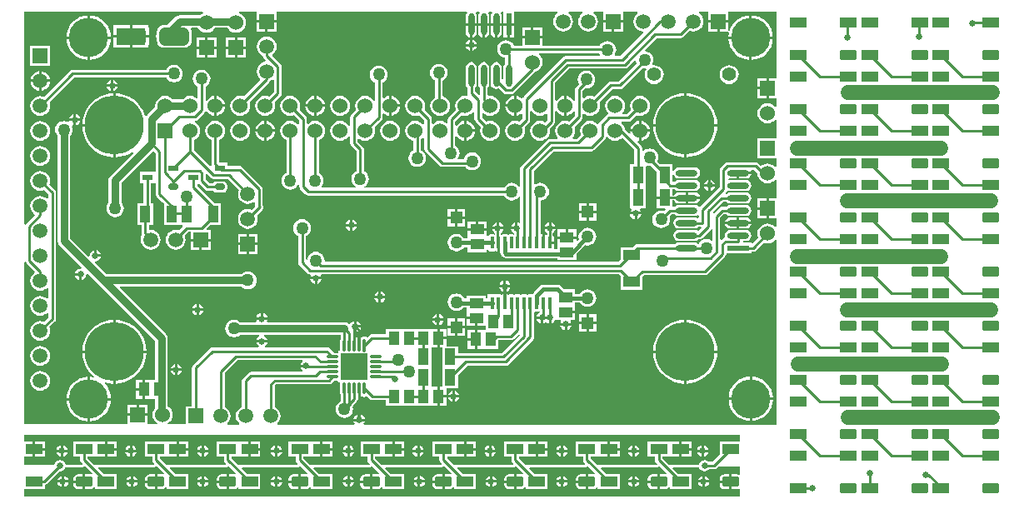
<source format=gtl>
G04 Layer_Physical_Order=1*
G04 Layer_Color=255*
%FSLAX23Y23*%
%MOIN*%
G70*
G01*
G75*
%ADD10R,0.067X0.043*%
%ADD11O,0.016X0.051*%
%ADD12R,0.016X0.051*%
G04:AMPARAMS|DCode=13|XSize=118mil|YSize=71mil|CornerRadius=18mil|HoleSize=0mil|Usage=FLASHONLY|Rotation=180.000|XOffset=0mil|YOffset=0mil|HoleType=Round|Shape=RoundedRectangle|*
%AMROUNDEDRECTD13*
21,1,0.118,0.035,0,0,180.0*
21,1,0.083,0.071,0,0,180.0*
1,1,0.035,-0.041,0.018*
1,1,0.035,0.041,0.018*
1,1,0.035,0.041,-0.018*
1,1,0.035,-0.041,-0.018*
%
%ADD13ROUNDEDRECTD13*%
%ADD14R,0.118X0.071*%
%ADD15R,0.039X0.024*%
G04:AMPARAMS|DCode=16|XSize=24mil|YSize=39mil|CornerRadius=6mil|HoleSize=0mil|Usage=FLASHONLY|Rotation=90.000|XOffset=0mil|YOffset=0mil|HoleType=Round|Shape=RoundedRectangle|*
%AMROUNDEDRECTD16*
21,1,0.024,0.028,0,0,90.0*
21,1,0.012,0.039,0,0,90.0*
1,1,0.012,0.014,0.006*
1,1,0.012,0.014,-0.006*
1,1,0.012,-0.014,-0.006*
1,1,0.012,-0.014,0.006*
%
%ADD16ROUNDEDRECTD16*%
%ADD17O,0.087X0.024*%
%ADD18R,0.087X0.024*%
%ADD19O,0.024X0.087*%
%ADD20R,0.024X0.087*%
%ADD21R,0.043X0.067*%
%ADD22R,0.043X0.055*%
%ADD23R,0.055X0.043*%
G04:AMPARAMS|DCode=24|XSize=12mil|YSize=51mil|CornerRadius=0mil|HoleSize=0mil|Usage=FLASHONLY|Rotation=0.000|XOffset=0mil|YOffset=0mil|HoleType=Round|Shape=Octagon|*
%AMOCTAGOND24*
4,1,8,-0.003,0.026,0.003,0.026,0.006,0.023,0.006,-0.023,0.003,-0.026,-0.003,-0.026,-0.006,-0.023,-0.006,0.023,-0.003,0.026,0.0*
%
%ADD24OCTAGOND24*%

%ADD25O,0.012X0.051*%
%ADD26O,0.051X0.012*%
%ADD27R,0.106X0.106*%
%ADD28C,0.010*%
%ADD29C,0.030*%
%ADD30C,0.015*%
%ADD31R,0.067X0.039*%
%ADD32R,0.067X0.039*%
G04:AMPARAMS|DCode=33|XSize=67mil|YSize=39mil|CornerRadius=10mil|HoleSize=0mil|Usage=FLASHONLY|Rotation=180.000|XOffset=0mil|YOffset=0mil|HoleType=Round|Shape=RoundedRectangle|*
%AMROUNDEDRECTD33*
21,1,0.067,0.020,0,0,180.0*
21,1,0.047,0.039,0,0,180.0*
1,1,0.020,-0.024,0.010*
1,1,0.020,0.024,0.010*
1,1,0.020,0.024,-0.010*
1,1,0.020,-0.024,-0.010*
%
%ADD33ROUNDEDRECTD33*%
%ADD34C,0.060*%
%ADD35C,0.050*%
%ADD36R,0.050X0.050*%
%ADD37C,0.060*%
%ADD38R,0.060X0.060*%
%ADD39R,0.060X0.060*%
%ADD40C,0.055*%
%ADD41R,0.059X0.059*%
%ADD42C,0.059*%
%ADD43R,0.059X0.059*%
%ADD44R,0.050X0.050*%
%ADD45C,0.025*%
%ADD46C,0.157*%
%ADD47C,0.236*%
G36*
X2878Y234D02*
X2797D01*
Y182D01*
X2768Y153D01*
X2753D01*
X2752Y154D01*
X2745Y159D01*
X2736Y161D01*
X2727Y159D01*
X2720Y154D01*
X2715Y147D01*
X2714Y142D01*
X2594D01*
X2568Y168D01*
Y174D01*
X2592D01*
X2596Y174D01*
X2601Y174D01*
X2635D01*
Y204D01*
Y234D01*
X2601D01*
X2597Y234D01*
X2592Y234D01*
X2509D01*
Y174D01*
X2537D01*
Y161D01*
X2539Y155D01*
X2542Y150D01*
X2546Y146D01*
X2544Y142D01*
X2307D01*
X2281Y168D01*
Y174D01*
X2304D01*
X2309Y174D01*
X2314Y174D01*
X2348D01*
Y204D01*
Y234D01*
X2314D01*
X2309Y234D01*
X2304Y234D01*
X2222D01*
Y174D01*
X2250D01*
Y161D01*
X2251Y155D01*
X2255Y150D01*
X2259Y146D01*
X2257Y142D01*
X2019D01*
X1993Y168D01*
Y174D01*
X2017D01*
X2021Y174D01*
X2026Y174D01*
X2060D01*
Y204D01*
Y234D01*
X2026D01*
X2022Y234D01*
X2017Y234D01*
X1934D01*
Y174D01*
X1963D01*
Y161D01*
X1964Y155D01*
X1967Y150D01*
X1971Y146D01*
X1969Y142D01*
X1732D01*
X1706Y168D01*
Y174D01*
X1729D01*
X1734Y174D01*
X1739Y174D01*
X1773D01*
Y204D01*
Y234D01*
X1739D01*
X1734Y234D01*
X1729Y234D01*
X1647D01*
Y174D01*
X1675D01*
Y161D01*
X1676Y155D01*
X1680Y150D01*
X1684Y146D01*
X1682Y142D01*
X1444D01*
X1418Y168D01*
Y174D01*
X1442D01*
X1447Y174D01*
X1452Y174D01*
X1486D01*
Y204D01*
Y234D01*
X1452D01*
X1447Y234D01*
X1442Y234D01*
X1360D01*
Y174D01*
X1388D01*
Y161D01*
X1389Y155D01*
X1392Y150D01*
X1396Y146D01*
X1395Y142D01*
X1157D01*
X1131Y168D01*
Y174D01*
X1155D01*
X1159Y174D01*
X1164Y174D01*
X1198D01*
Y204D01*
Y234D01*
X1164D01*
X1160Y234D01*
X1155Y234D01*
X1072D01*
Y174D01*
X1100D01*
Y161D01*
X1102Y155D01*
X1105Y150D01*
X1109Y146D01*
X1107Y142D01*
X870D01*
X844Y168D01*
Y174D01*
X867D01*
X872Y174D01*
X877Y174D01*
X911D01*
Y204D01*
Y234D01*
X877D01*
X872Y234D01*
X867Y234D01*
X785D01*
Y174D01*
X813D01*
Y161D01*
X814Y155D01*
X818Y150D01*
X822Y146D01*
X820Y142D01*
X582D01*
X556Y168D01*
Y174D01*
X580D01*
X584Y174D01*
X589Y174D01*
X623D01*
Y204D01*
Y234D01*
X589D01*
X585Y234D01*
X580Y234D01*
X497D01*
Y174D01*
X526D01*
Y161D01*
X527Y155D01*
X530Y150D01*
X534Y146D01*
X532Y142D01*
X295D01*
X269Y168D01*
Y174D01*
X292D01*
X297Y174D01*
X302Y174D01*
X336D01*
Y204D01*
Y234D01*
X302D01*
X297Y234D01*
X292Y234D01*
X210D01*
Y174D01*
X238D01*
Y161D01*
X239Y155D01*
X243Y150D01*
X247Y146D01*
X245Y142D01*
X180D01*
X179Y147D01*
X174Y154D01*
X166Y159D01*
X157Y161D01*
X149Y159D01*
X141Y154D01*
X136Y147D01*
X135Y142D01*
X15D01*
Y174D01*
X49D01*
Y204D01*
Y234D01*
X15D01*
Y260D01*
X2878D01*
Y234D01*
D02*
G37*
G36*
Y104D02*
X2873Y101D01*
X2872Y102D01*
X2864Y104D01*
X2845D01*
Y74D01*
Y44D01*
X2864D01*
X2872Y45D01*
X2873Y47D01*
X2878Y44D01*
Y15D01*
X15D01*
Y44D01*
X97D01*
Y59D01*
X99Y60D01*
X104Y63D01*
X156Y115D01*
X157Y115D01*
X166Y117D01*
X174Y122D01*
X179Y129D01*
X179Y132D01*
X180Y132D01*
X245D01*
X249Y132D01*
X251Y134D01*
X259D01*
X286Y107D01*
X283Y103D01*
X277Y104D01*
X259D01*
Y74D01*
Y44D01*
X277D01*
X285Y45D01*
X291Y50D01*
X292Y51D01*
X297Y50D01*
Y44D01*
X384D01*
Y104D01*
X333D01*
X310Y127D01*
X311Y132D01*
X532D01*
X536Y132D01*
X539Y134D01*
X547D01*
X573Y107D01*
X571Y103D01*
X565Y104D01*
X546D01*
Y74D01*
Y44D01*
X565D01*
X572Y45D01*
X579Y50D01*
X580Y51D01*
X585Y50D01*
Y44D01*
X672D01*
Y104D01*
X620D01*
X597Y127D01*
X599Y132D01*
X820D01*
X824Y132D01*
X826Y134D01*
X834D01*
X861Y107D01*
X858Y103D01*
X852Y104D01*
X833D01*
Y74D01*
Y44D01*
X852D01*
X860Y45D01*
X866Y50D01*
X867Y51D01*
X872Y50D01*
Y44D01*
X959D01*
Y104D01*
X908D01*
X884Y127D01*
X886Y132D01*
X1107D01*
X1111Y132D01*
X1113Y134D01*
X1122D01*
X1148Y107D01*
X1146Y103D01*
X1139Y104D01*
X1121D01*
Y74D01*
Y44D01*
X1139D01*
X1147Y45D01*
X1154Y50D01*
X1155Y51D01*
X1160Y50D01*
Y44D01*
X1247D01*
Y104D01*
X1195D01*
X1172Y127D01*
X1174Y132D01*
X1395D01*
X1398Y132D01*
X1401Y134D01*
X1409D01*
X1435Y107D01*
X1433Y103D01*
X1427Y104D01*
X1408D01*
Y74D01*
Y44D01*
X1427D01*
X1435Y45D01*
X1441Y50D01*
X1442Y51D01*
X1447Y50D01*
Y44D01*
X1534D01*
Y104D01*
X1482D01*
X1459Y127D01*
X1461Y132D01*
X1682D01*
X1686Y132D01*
X1688Y134D01*
X1696D01*
X1723Y107D01*
X1720Y103D01*
X1714Y104D01*
X1696D01*
Y74D01*
Y44D01*
X1714D01*
X1722Y45D01*
X1728Y50D01*
X1729Y51D01*
X1734Y50D01*
Y44D01*
X1821D01*
Y104D01*
X1770D01*
X1747Y127D01*
X1748Y132D01*
X1969D01*
X1973Y132D01*
X1976Y134D01*
X1984D01*
X2010Y107D01*
X2008Y103D01*
X2002Y104D01*
X1983D01*
Y74D01*
Y44D01*
X2002D01*
X2009Y45D01*
X2016Y50D01*
X2017Y51D01*
X2022Y50D01*
Y44D01*
X2109D01*
Y104D01*
X2057D01*
X2034Y127D01*
X2036Y132D01*
X2257D01*
X2261Y132D01*
X2263Y134D01*
X2271D01*
X2298Y107D01*
X2295Y103D01*
X2289Y104D01*
X2270D01*
Y74D01*
Y44D01*
X2289D01*
X2297Y45D01*
X2303Y50D01*
X2304Y51D01*
X2309Y50D01*
Y44D01*
X2396D01*
Y104D01*
X2345D01*
X2321Y127D01*
X2323Y132D01*
X2544D01*
X2548Y132D01*
X2550Y134D01*
X2559D01*
X2585Y107D01*
X2583Y103D01*
X2576Y104D01*
X2558D01*
Y74D01*
Y44D01*
X2576D01*
X2584Y45D01*
X2591Y50D01*
X2592Y51D01*
X2597Y50D01*
Y44D01*
X2684D01*
Y104D01*
X2632D01*
X2609Y127D01*
X2611Y132D01*
X2714D01*
X2715Y132D01*
X2715Y129D01*
X2720Y122D01*
X2727Y117D01*
X2736Y115D01*
X2745Y117D01*
X2752Y122D01*
X2753Y123D01*
X2774D01*
X2780Y124D01*
X2785Y127D01*
X2792Y134D01*
X2878D01*
Y104D01*
D02*
G37*
%LPC*%
G36*
X1306Y219D02*
X1302Y218D01*
X1295Y213D01*
X1290Y206D01*
X1289Y202D01*
X1306D01*
Y219D01*
D02*
G37*
G36*
X1029D02*
Y202D01*
X1046D01*
X1045Y206D01*
X1040Y213D01*
X1032Y218D01*
X1029Y219D01*
D02*
G37*
G36*
X1019D02*
X1015Y218D01*
X1007Y213D01*
X1002Y206D01*
X1002Y202D01*
X1019D01*
Y219D01*
D02*
G37*
G36*
X1316D02*
Y202D01*
X1333D01*
X1332Y206D01*
X1327Y213D01*
X1320Y218D01*
X1316Y219D01*
D02*
G37*
G36*
X1873D02*
X1869Y218D01*
X1862Y213D01*
X1857Y206D01*
X1856Y202D01*
X1873D01*
Y219D01*
D02*
G37*
G36*
X1596D02*
Y202D01*
X1612D01*
X1612Y206D01*
X1607Y213D01*
X1599Y218D01*
X1596Y219D01*
D02*
G37*
G36*
X1586D02*
X1582Y218D01*
X1574Y213D01*
X1569Y206D01*
X1569Y202D01*
X1586D01*
Y219D01*
D02*
G37*
G36*
X733D02*
Y202D01*
X750D01*
X750Y206D01*
X745Y213D01*
X737Y218D01*
X733Y219D01*
D02*
G37*
G36*
X160D02*
X157Y218D01*
X149Y213D01*
X144Y206D01*
X143Y202D01*
X160D01*
Y219D01*
D02*
G37*
G36*
X2750Y192D02*
X2733D01*
Y175D01*
X2737Y176D01*
X2745Y181D01*
X2750Y188D01*
X2750Y192D01*
D02*
G37*
G36*
X2723D02*
X2706D01*
X2707Y188D01*
X2712Y181D01*
X2720Y176D01*
X2723Y175D01*
Y192D01*
D02*
G37*
G36*
X170Y219D02*
Y202D01*
X187D01*
X187Y206D01*
X182Y213D01*
X174Y218D01*
X170Y219D01*
D02*
G37*
G36*
X723D02*
X720Y218D01*
X712Y213D01*
X707Y206D01*
X706Y202D01*
X723D01*
Y219D01*
D02*
G37*
G36*
X446D02*
Y202D01*
X463D01*
X462Y206D01*
X457Y213D01*
X450Y218D01*
X446Y219D01*
D02*
G37*
G36*
X436D02*
X432Y218D01*
X425Y213D01*
X420Y206D01*
X419Y202D01*
X436D01*
Y219D01*
D02*
G37*
G36*
X1208Y234D02*
Y209D01*
X1247D01*
Y234D01*
X1208D01*
D02*
G37*
G36*
X346D02*
Y209D01*
X384D01*
Y234D01*
X346D01*
D02*
G37*
G36*
X1496D02*
Y209D01*
X1534D01*
Y234D01*
X1496D01*
D02*
G37*
G36*
X97D02*
X59D01*
Y209D01*
X97D01*
Y234D01*
D02*
G37*
G36*
X2070D02*
Y209D01*
X2109D01*
Y234D01*
X2070D01*
D02*
G37*
G36*
X2358D02*
Y209D01*
X2396D01*
Y234D01*
X2358D01*
D02*
G37*
G36*
X921D02*
Y209D01*
X959D01*
Y234D01*
X921D01*
D02*
G37*
G36*
X633D02*
Y209D01*
X672D01*
Y234D01*
X633D01*
D02*
G37*
G36*
X2170Y219D02*
Y202D01*
X2187D01*
X2187Y206D01*
X2182Y213D01*
X2174Y218D01*
X2170Y219D01*
D02*
G37*
G36*
X2160D02*
X2157Y218D01*
X2149Y213D01*
X2144Y206D01*
X2143Y202D01*
X2160D01*
Y219D01*
D02*
G37*
G36*
X1883D02*
Y202D01*
X1900D01*
X1899Y206D01*
X1894Y213D01*
X1887Y218D01*
X1883Y219D01*
D02*
G37*
G36*
X2448D02*
X2444Y218D01*
X2437Y213D01*
X2432Y206D01*
X2431Y202D01*
X2448D01*
Y219D01*
D02*
G37*
G36*
X2733D02*
Y202D01*
X2750D01*
X2750Y206D01*
X2745Y213D01*
X2737Y218D01*
X2733Y219D01*
D02*
G37*
G36*
X2723D02*
X2720Y218D01*
X2712Y213D01*
X2707Y206D01*
X2706Y202D01*
X2723D01*
Y219D01*
D02*
G37*
G36*
X2458D02*
Y202D01*
X2475D01*
X2474Y206D01*
X2469Y213D01*
X2462Y218D01*
X2458Y219D01*
D02*
G37*
G36*
X2396Y199D02*
X2358D01*
Y174D01*
X2396D01*
Y199D01*
D02*
G37*
G36*
X2109D02*
X2070D01*
Y174D01*
X2109D01*
Y199D01*
D02*
G37*
G36*
X1821D02*
X1783D01*
Y174D01*
X1821D01*
Y199D01*
D02*
G37*
G36*
X2684D02*
X2645D01*
Y174D01*
X2684D01*
Y199D01*
D02*
G37*
G36*
X436Y192D02*
X419D01*
X420Y188D01*
X425Y181D01*
X432Y176D01*
X436Y175D01*
Y192D01*
D02*
G37*
G36*
X187D02*
X170D01*
Y175D01*
X174Y176D01*
X182Y181D01*
X187Y188D01*
X187Y192D01*
D02*
G37*
G36*
X160D02*
X143D01*
X144Y188D01*
X149Y181D01*
X157Y176D01*
X160Y175D01*
Y192D01*
D02*
G37*
G36*
X1534Y199D02*
X1496D01*
Y174D01*
X1534D01*
Y199D01*
D02*
G37*
G36*
X97D02*
X59D01*
Y174D01*
X97D01*
Y199D01*
D02*
G37*
G36*
X1783Y234D02*
Y209D01*
X1821D01*
Y234D01*
X1783D01*
D02*
G37*
G36*
X2645D02*
Y209D01*
X2684D01*
Y234D01*
X2645D01*
D02*
G37*
G36*
X384Y199D02*
X346D01*
Y174D01*
X384D01*
Y199D01*
D02*
G37*
G36*
X1247D02*
X1208D01*
Y174D01*
X1247D01*
Y199D01*
D02*
G37*
G36*
X959D02*
X921D01*
Y174D01*
X959D01*
Y199D01*
D02*
G37*
G36*
X672D02*
X633D01*
Y174D01*
X672D01*
Y199D01*
D02*
G37*
G36*
X1900Y192D02*
X1883D01*
Y175D01*
X1887Y176D01*
X1894Y181D01*
X1899Y188D01*
X1900Y192D01*
D02*
G37*
G36*
X1873D02*
X1856D01*
X1857Y188D01*
X1862Y181D01*
X1869Y176D01*
X1873Y175D01*
Y192D01*
D02*
G37*
G36*
X1612D02*
X1596D01*
Y175D01*
X1599Y176D01*
X1607Y181D01*
X1612Y188D01*
X1612Y192D01*
D02*
G37*
G36*
X2160D02*
X2143D01*
X2144Y188D01*
X2149Y181D01*
X2157Y176D01*
X2160Y175D01*
Y192D01*
D02*
G37*
G36*
X2475D02*
X2458D01*
Y175D01*
X2462Y176D01*
X2469Y181D01*
X2474Y188D01*
X2475Y192D01*
D02*
G37*
G36*
X2448D02*
X2431D01*
X2432Y188D01*
X2437Y181D01*
X2444Y176D01*
X2448Y175D01*
Y192D01*
D02*
G37*
G36*
X2187D02*
X2170D01*
Y175D01*
X2174Y176D01*
X2182Y181D01*
X2187Y188D01*
X2187Y192D01*
D02*
G37*
G36*
X1586D02*
X1569D01*
X1569Y188D01*
X1574Y181D01*
X1582Y176D01*
X1586Y175D01*
Y192D01*
D02*
G37*
G36*
X750D02*
X733D01*
Y175D01*
X737Y176D01*
X745Y181D01*
X750Y188D01*
X750Y192D01*
D02*
G37*
G36*
X723D02*
X706D01*
X707Y188D01*
X712Y181D01*
X720Y176D01*
X723Y175D01*
Y192D01*
D02*
G37*
G36*
X463D02*
X446D01*
Y175D01*
X450Y176D01*
X457Y181D01*
X462Y188D01*
X463Y192D01*
D02*
G37*
G36*
X1019D02*
X1002D01*
X1002Y188D01*
X1007Y181D01*
X1015Y176D01*
X1019Y175D01*
Y192D01*
D02*
G37*
G36*
X1333D02*
X1316D01*
Y175D01*
X1320Y176D01*
X1327Y181D01*
X1332Y188D01*
X1333Y192D01*
D02*
G37*
G36*
X1306D02*
X1289D01*
X1290Y188D01*
X1295Y181D01*
X1302Y176D01*
X1306Y175D01*
Y192D01*
D02*
G37*
G36*
X1046D02*
X1029D01*
Y175D01*
X1032Y176D01*
X1040Y181D01*
X1045Y188D01*
X1046Y192D01*
D02*
G37*
G36*
X164Y97D02*
X161Y96D01*
X153Y91D01*
X148Y84D01*
X147Y80D01*
X164D01*
Y97D01*
D02*
G37*
G36*
X1398Y104D02*
X1380D01*
X1372Y102D01*
X1365Y98D01*
X1361Y91D01*
X1359Y84D01*
Y79D01*
X1398D01*
Y104D01*
D02*
G37*
G36*
X536D02*
X517D01*
X510Y102D01*
X503Y98D01*
X499Y91D01*
X497Y84D01*
Y79D01*
X536D01*
Y104D01*
D02*
G37*
G36*
X174Y97D02*
Y80D01*
X191D01*
X190Y84D01*
X186Y91D01*
X178Y96D01*
X174Y97D01*
D02*
G37*
G36*
X723D02*
X720Y96D01*
X712Y91D01*
X707Y84D01*
X706Y80D01*
X723D01*
Y97D01*
D02*
G37*
G36*
X450D02*
Y80D01*
X467D01*
X466Y84D01*
X461Y91D01*
X454Y96D01*
X450Y97D01*
D02*
G37*
G36*
X440D02*
X436Y96D01*
X429Y91D01*
X424Y84D01*
X423Y80D01*
X440D01*
Y97D01*
D02*
G37*
G36*
X1686Y104D02*
X1667D01*
X1659Y102D01*
X1653Y98D01*
X1648Y91D01*
X1647Y84D01*
Y79D01*
X1686D01*
Y104D01*
D02*
G37*
G36*
X2835D02*
X2817D01*
X2809Y102D01*
X2802Y98D01*
X2798Y91D01*
X2796Y84D01*
Y79D01*
X2835D01*
Y104D01*
D02*
G37*
G36*
X1973D02*
X1954D01*
X1947Y102D01*
X1940Y98D01*
X1936Y91D01*
X1934Y84D01*
Y79D01*
X1973D01*
Y104D01*
D02*
G37*
G36*
X2548D02*
X2529D01*
X2521Y102D01*
X2515Y98D01*
X2510Y91D01*
X2509Y84D01*
Y79D01*
X2548D01*
Y104D01*
D02*
G37*
G36*
X2260D02*
X2242D01*
X2234Y102D01*
X2227Y98D01*
X2223Y91D01*
X2222Y84D01*
Y79D01*
X2260D01*
Y104D01*
D02*
G37*
G36*
X1111D02*
X1092D01*
X1084Y102D01*
X1078Y98D01*
X1073Y91D01*
X1072Y84D01*
Y79D01*
X1111D01*
Y104D01*
D02*
G37*
G36*
X823D02*
X805D01*
X797Y102D01*
X790Y98D01*
X786Y91D01*
X784Y84D01*
Y79D01*
X823D01*
Y104D01*
D02*
G37*
G36*
X249D02*
X230D01*
X222Y102D01*
X216Y98D01*
X211Y91D01*
X210Y84D01*
Y79D01*
X249D01*
Y104D01*
D02*
G37*
G36*
X2170Y97D02*
Y80D01*
X2187D01*
X2187Y84D01*
X2182Y91D01*
X2174Y96D01*
X2170Y97D01*
D02*
G37*
G36*
X2160D02*
X2157Y96D01*
X2149Y91D01*
X2144Y84D01*
X2143Y80D01*
X2160D01*
Y97D01*
D02*
G37*
G36*
X1887D02*
Y80D01*
X1904D01*
X1903Y84D01*
X1898Y91D01*
X1891Y96D01*
X1887Y97D01*
D02*
G37*
G36*
X2448D02*
X2444Y96D01*
X2437Y91D01*
X2432Y84D01*
X2431Y80D01*
X2448D01*
Y97D01*
D02*
G37*
G36*
X2737D02*
Y80D01*
X2754D01*
X2753Y84D01*
X2749Y91D01*
X2741Y96D01*
X2737Y97D01*
D02*
G37*
G36*
X2727D02*
X2724Y96D01*
X2716Y91D01*
X2711Y84D01*
X2710Y80D01*
X2727D01*
Y97D01*
D02*
G37*
G36*
X2458D02*
Y80D01*
X2475D01*
X2474Y84D01*
X2469Y91D01*
X2462Y96D01*
X2458Y97D01*
D02*
G37*
G36*
X1877D02*
X1873Y96D01*
X1866Y91D01*
X1861Y84D01*
X1860Y80D01*
X1877D01*
Y97D01*
D02*
G37*
G36*
X1029D02*
Y80D01*
X1046D01*
X1045Y84D01*
X1040Y91D01*
X1032Y96D01*
X1029Y97D01*
D02*
G37*
G36*
X1019D02*
X1015Y96D01*
X1007Y91D01*
X1002Y84D01*
X1002Y80D01*
X1019D01*
Y97D01*
D02*
G37*
G36*
X733D02*
Y80D01*
X750D01*
X750Y84D01*
X745Y91D01*
X737Y96D01*
X733Y97D01*
D02*
G37*
G36*
X1306D02*
X1302Y96D01*
X1295Y91D01*
X1290Y84D01*
X1289Y80D01*
X1306D01*
Y97D01*
D02*
G37*
G36*
X1599D02*
Y80D01*
X1616D01*
X1616Y84D01*
X1611Y91D01*
X1603Y96D01*
X1599Y97D01*
D02*
G37*
G36*
X1589D02*
X1586Y96D01*
X1578Y91D01*
X1573Y84D01*
X1573Y80D01*
X1589D01*
Y97D01*
D02*
G37*
G36*
X1316D02*
Y80D01*
X1333D01*
X1332Y84D01*
X1327Y91D01*
X1320Y96D01*
X1316Y97D01*
D02*
G37*
G36*
X164Y70D02*
X147D01*
X148Y66D01*
X153Y59D01*
X161Y54D01*
X164Y53D01*
Y70D01*
D02*
G37*
G36*
X2835Y69D02*
X2796D01*
Y64D01*
X2798Y56D01*
X2802Y50D01*
X2809Y45D01*
X2817Y44D01*
X2835D01*
Y69D01*
D02*
G37*
G36*
X2548D02*
X2509D01*
Y64D01*
X2510Y56D01*
X2515Y50D01*
X2521Y45D01*
X2529Y44D01*
X2548D01*
Y69D01*
D02*
G37*
G36*
X191Y70D02*
X174D01*
Y53D01*
X178Y54D01*
X186Y59D01*
X190Y66D01*
X191Y70D01*
D02*
G37*
G36*
X723D02*
X706D01*
X707Y66D01*
X712Y59D01*
X720Y54D01*
X723Y53D01*
Y70D01*
D02*
G37*
G36*
X467D02*
X450D01*
Y53D01*
X454Y54D01*
X461Y59D01*
X466Y66D01*
X467Y70D01*
D02*
G37*
G36*
X440D02*
X423D01*
X424Y66D01*
X429Y59D01*
X436Y54D01*
X440Y53D01*
Y70D01*
D02*
G37*
G36*
X2260Y69D02*
X2222D01*
Y64D01*
X2223Y56D01*
X2227Y50D01*
X2234Y45D01*
X2242Y44D01*
X2260D01*
Y69D01*
D02*
G37*
G36*
X823D02*
X784D01*
Y64D01*
X786Y56D01*
X790Y50D01*
X797Y45D01*
X805Y44D01*
X823D01*
Y69D01*
D02*
G37*
G36*
X536D02*
X497D01*
Y64D01*
X499Y56D01*
X503Y50D01*
X510Y45D01*
X517Y44D01*
X536D01*
Y69D01*
D02*
G37*
G36*
X249D02*
X210D01*
Y64D01*
X211Y56D01*
X216Y50D01*
X222Y45D01*
X230Y44D01*
X249D01*
Y69D01*
D02*
G37*
G36*
X1111D02*
X1072D01*
Y64D01*
X1073Y56D01*
X1078Y50D01*
X1084Y45D01*
X1092Y44D01*
X1111D01*
Y69D01*
D02*
G37*
G36*
X1973D02*
X1934D01*
Y64D01*
X1936Y56D01*
X1940Y50D01*
X1947Y45D01*
X1954Y44D01*
X1973D01*
Y69D01*
D02*
G37*
G36*
X1686D02*
X1647D01*
Y64D01*
X1648Y56D01*
X1653Y50D01*
X1659Y45D01*
X1667Y44D01*
X1686D01*
Y69D01*
D02*
G37*
G36*
X1398D02*
X1359D01*
Y64D01*
X1361Y56D01*
X1365Y50D01*
X1372Y45D01*
X1380Y44D01*
X1398D01*
Y69D01*
D02*
G37*
G36*
X2187Y70D02*
X2170D01*
Y53D01*
X2174Y54D01*
X2182Y59D01*
X2187Y66D01*
X2187Y70D01*
D02*
G37*
G36*
X2160D02*
X2143D01*
X2144Y66D01*
X2149Y59D01*
X2157Y54D01*
X2160Y53D01*
Y70D01*
D02*
G37*
G36*
X1904D02*
X1887D01*
Y53D01*
X1891Y54D01*
X1898Y59D01*
X1903Y66D01*
X1904Y70D01*
D02*
G37*
G36*
X2448D02*
X2431D01*
X2432Y66D01*
X2437Y59D01*
X2444Y54D01*
X2448Y53D01*
Y70D01*
D02*
G37*
G36*
X2754D02*
X2737D01*
Y53D01*
X2741Y54D01*
X2749Y59D01*
X2753Y66D01*
X2754Y70D01*
D02*
G37*
G36*
X2727D02*
X2710D01*
X2711Y66D01*
X2716Y59D01*
X2724Y54D01*
X2727Y53D01*
Y70D01*
D02*
G37*
G36*
X2475D02*
X2458D01*
Y53D01*
X2462Y54D01*
X2469Y59D01*
X2474Y66D01*
X2475Y70D01*
D02*
G37*
G36*
X1877D02*
X1860D01*
X1861Y66D01*
X1866Y59D01*
X1873Y54D01*
X1877Y53D01*
Y70D01*
D02*
G37*
G36*
X1046D02*
X1029D01*
Y53D01*
X1032Y54D01*
X1040Y59D01*
X1045Y66D01*
X1046Y70D01*
D02*
G37*
G36*
X1019D02*
X1002D01*
X1002Y66D01*
X1007Y59D01*
X1015Y54D01*
X1019Y53D01*
Y70D01*
D02*
G37*
G36*
X750D02*
X733D01*
Y53D01*
X737Y54D01*
X745Y59D01*
X750Y66D01*
X750Y70D01*
D02*
G37*
G36*
X1306D02*
X1289D01*
X1290Y66D01*
X1295Y59D01*
X1302Y54D01*
X1306Y53D01*
Y70D01*
D02*
G37*
G36*
X1616D02*
X1599D01*
Y53D01*
X1603Y54D01*
X1611Y59D01*
X1616Y66D01*
X1616Y70D01*
D02*
G37*
G36*
X1589D02*
X1573D01*
X1573Y66D01*
X1578Y59D01*
X1586Y54D01*
X1589Y53D01*
Y70D01*
D02*
G37*
G36*
X1333D02*
X1316D01*
Y53D01*
X1320Y54D01*
X1327Y59D01*
X1332Y66D01*
X1333Y70D01*
D02*
G37*
%LPD*%
G36*
X3023Y1691D02*
X3020Y1688D01*
X2993D01*
Y1648D01*
Y1608D01*
X3023D01*
X3023Y1576D01*
X3018Y1574D01*
X3017Y1576D01*
X3008Y1583D01*
X2999Y1587D01*
X2988Y1588D01*
X2978Y1587D01*
X2968Y1583D01*
X2960Y1576D01*
X2953Y1568D01*
X2949Y1558D01*
X2948Y1548D01*
X2949Y1537D01*
X2953Y1527D01*
X2960Y1519D01*
X2968Y1513D01*
X2978Y1509D01*
X2988Y1507D01*
X2999Y1509D01*
X3008Y1513D01*
X3017Y1519D01*
X3018Y1521D01*
X3023Y1520D01*
X3024Y1451D01*
X3020Y1447D01*
X2948D01*
Y1367D01*
X3024D01*
X3024Y1335D01*
X3019Y1334D01*
X3017Y1336D01*
X3008Y1342D01*
X2999Y1346D01*
X2988Y1348D01*
X2978Y1346D01*
X2968Y1342D01*
X2962Y1338D01*
X2952Y1347D01*
X2947Y1351D01*
X2941Y1352D01*
X2828D01*
X2822Y1351D01*
X2817Y1347D01*
X2801Y1331D01*
X2798Y1326D01*
X2796Y1321D01*
Y1251D01*
X2719Y1174D01*
X2713Y1174D01*
X2713Y1175D01*
X2705Y1180D01*
X2697Y1182D01*
X2634D01*
X2625Y1180D01*
X2618Y1175D01*
X2618Y1175D01*
X2608D01*
Y1200D01*
X2613Y1201D01*
X2613Y1201D01*
X2618Y1194D01*
X2625Y1189D01*
X2634Y1187D01*
X2660D01*
Y1209D01*
Y1232D01*
X2634D01*
X2625Y1230D01*
X2618Y1225D01*
X2613Y1218D01*
X2613Y1218D01*
X2608Y1219D01*
Y1244D01*
X2618D01*
X2618Y1244D01*
X2625Y1239D01*
X2634Y1237D01*
X2697D01*
X2705Y1239D01*
X2713Y1244D01*
X2717Y1251D01*
X2719Y1259D01*
X2717Y1268D01*
X2713Y1275D01*
X2705Y1280D01*
X2697Y1282D01*
X2634D01*
X2625Y1280D01*
X2618Y1275D01*
X2618Y1275D01*
X2608D01*
Y1300D01*
X2613Y1301D01*
X2613Y1301D01*
X2618Y1294D01*
X2625Y1289D01*
X2634Y1287D01*
X2697D01*
X2705Y1289D01*
X2713Y1294D01*
X2717Y1301D01*
X2719Y1309D01*
X2717Y1318D01*
X2713Y1325D01*
X2705Y1330D01*
X2697Y1332D01*
X2634D01*
X2625Y1330D01*
X2618Y1325D01*
X2613Y1318D01*
X2613Y1318D01*
X2608Y1319D01*
Y1345D01*
X2556D01*
X2546Y1355D01*
X2550Y1363D01*
X2551Y1372D01*
X2550Y1381D01*
X2546Y1390D01*
X2541Y1397D01*
X2533Y1403D01*
X2525Y1406D01*
X2516Y1407D01*
X2507Y1406D01*
X2498Y1403D01*
X2491Y1397D01*
X2491Y1397D01*
X2486Y1398D01*
Y1409D01*
X2485Y1415D01*
X2481Y1420D01*
X2468Y1434D01*
X2470Y1438D01*
X2474Y1438D01*
Y1473D01*
X2439D01*
X2440Y1469D01*
X2435Y1467D01*
X2418Y1483D01*
X2418Y1488D01*
X2414Y1498D01*
X2407Y1506D01*
X2403Y1509D01*
X2405Y1514D01*
X2431D01*
X2437Y1515D01*
X2442Y1519D01*
X2463Y1541D01*
X2468Y1539D01*
X2479Y1537D01*
X2489Y1539D01*
X2499Y1543D01*
X2507Y1549D01*
X2514Y1557D01*
X2518Y1567D01*
X2519Y1578D01*
X2518Y1588D01*
X2514Y1598D01*
X2507Y1606D01*
X2499Y1612D01*
X2489Y1617D01*
X2479Y1618D01*
X2468Y1617D01*
X2459Y1612D01*
X2450Y1606D01*
X2444Y1598D01*
X2440Y1588D01*
X2438Y1578D01*
X2440Y1567D01*
X2442Y1562D01*
X2424Y1545D01*
X2409D01*
X2408Y1550D01*
X2414Y1557D01*
X2418Y1567D01*
X2419Y1578D01*
X2418Y1588D01*
X2414Y1598D01*
X2407Y1606D01*
X2399Y1612D01*
X2389Y1617D01*
X2379Y1618D01*
X2368Y1617D01*
X2359Y1612D01*
X2350Y1606D01*
X2344Y1598D01*
X2340Y1588D01*
X2338Y1578D01*
X2340Y1567D01*
X2344Y1557D01*
X2350Y1549D01*
X2349Y1544D01*
X2348Y1544D01*
X2344Y1540D01*
X2316Y1513D01*
X2313Y1508D01*
X2313Y1507D01*
X2307Y1506D01*
X2299Y1512D01*
X2289Y1517D01*
X2279Y1518D01*
X2268Y1517D01*
X2259Y1512D01*
X2250Y1506D01*
X2244Y1498D01*
X2240Y1488D01*
X2238Y1478D01*
X2240Y1467D01*
X2242Y1462D01*
X2226Y1446D01*
X2212D01*
X2209Y1451D01*
X2214Y1457D01*
X2218Y1467D01*
X2219Y1478D01*
X2218Y1488D01*
X2216Y1493D01*
X2245Y1522D01*
X2248Y1527D01*
X2249Y1533D01*
Y1544D01*
X2254Y1546D01*
X2259Y1543D01*
X2268Y1539D01*
X2279Y1537D01*
X2289Y1539D01*
X2299Y1543D01*
X2307Y1549D01*
X2314Y1557D01*
X2318Y1567D01*
X2319Y1578D01*
X2318Y1588D01*
X2316Y1593D01*
X2368Y1645D01*
X2399D01*
X2405Y1646D01*
X2410Y1649D01*
X2488Y1728D01*
X2496Y1727D01*
X2500Y1727D01*
X2503Y1722D01*
X2502Y1722D01*
X2498Y1713D01*
X2497Y1703D01*
X2498Y1693D01*
X2502Y1684D01*
X2508Y1676D01*
X2516Y1670D01*
X2525Y1666D01*
X2535Y1665D01*
X2545Y1666D01*
X2554Y1670D01*
X2562Y1676D01*
X2568Y1684D01*
X2572Y1693D01*
X2573Y1703D01*
X2572Y1713D01*
X2568Y1722D01*
X2562Y1730D01*
X2554Y1736D01*
X2545Y1739D01*
X2535Y1741D01*
X2530Y1740D01*
X2528Y1743D01*
X2527Y1745D01*
X2530Y1753D01*
X2531Y1762D01*
X2530Y1771D01*
X2527Y1779D01*
X2521Y1787D01*
X2514Y1792D01*
X2505Y1796D01*
X2500Y1797D01*
X2499Y1802D01*
X2546Y1849D01*
X2640D01*
X2646Y1850D01*
X2651Y1853D01*
X2676Y1879D01*
X2681Y1877D01*
X2691Y1875D01*
X2702Y1877D01*
X2711Y1881D01*
X2720Y1887D01*
X2726Y1895D01*
X2730Y1905D01*
X2731Y1915D01*
X2730Y1926D01*
X2726Y1935D01*
X2720Y1944D01*
X2713Y1948D01*
X2715Y1953D01*
X2752D01*
Y1920D01*
X2791D01*
X2831D01*
Y1953D01*
X3023D01*
X3023Y1691D01*
D02*
G37*
G36*
X2469Y1948D02*
X2463Y1944D01*
X2457Y1935D01*
X2453Y1926D01*
X2451Y1915D01*
X2453Y1905D01*
X2457Y1895D01*
X2463Y1887D01*
X2471Y1881D01*
X2481Y1877D01*
X2491Y1876D01*
X2493Y1871D01*
X2399Y1777D01*
X2378D01*
X2376Y1782D01*
X2378Y1784D01*
X2381Y1793D01*
X2383Y1802D01*
X2381Y1811D01*
X2378Y1819D01*
X2372Y1827D01*
X2365Y1832D01*
X2357Y1836D01*
X2347Y1837D01*
X2338Y1836D01*
X2330Y1832D01*
X2322Y1827D01*
X2317Y1819D01*
X2316Y1818D01*
X2087D01*
Y1847D01*
X2047D01*
X2007D01*
Y1818D01*
X1973D01*
X1972Y1823D01*
X1966Y1830D01*
X1959Y1836D01*
X1950Y1839D01*
X1941Y1840D01*
X1932Y1839D01*
X1923Y1836D01*
X1916Y1830D01*
X1910Y1823D01*
X1907Y1814D01*
X1906Y1805D01*
X1907Y1796D01*
X1910Y1787D01*
X1916Y1780D01*
X1923Y1775D01*
X1932Y1771D01*
X1938Y1770D01*
Y1746D01*
X1937Y1746D01*
X1932Y1739D01*
X1931Y1730D01*
Y1685D01*
X1926Y1683D01*
X1925Y1683D01*
Y1730D01*
X1923Y1739D01*
X1919Y1746D01*
X1911Y1751D01*
X1903Y1753D01*
X1894Y1751D01*
X1887Y1746D01*
X1882Y1739D01*
X1881Y1730D01*
Y1667D01*
X1882Y1659D01*
X1887Y1652D01*
X1894Y1647D01*
X1903Y1645D01*
X1911Y1647D01*
X1913Y1648D01*
X1931Y1630D01*
X1936Y1626D01*
X1942Y1625D01*
X1964D01*
X1970Y1626D01*
X1975Y1630D01*
X2058Y1713D01*
X2059Y1714D01*
X2067Y1717D01*
X2076Y1724D01*
X2082Y1732D01*
X2086Y1742D01*
X2088Y1752D01*
X2086Y1763D01*
X2082Y1773D01*
X2076Y1781D01*
X2073Y1783D01*
X2075Y1788D01*
X2315D01*
X2317Y1784D01*
X2319Y1782D01*
X2317Y1777D01*
X2180D01*
X2175Y1776D01*
X2170Y1773D01*
X2013Y1616D01*
X2010Y1611D01*
X2010Y1611D01*
X2004Y1609D01*
X1999Y1612D01*
X1989Y1617D01*
X1984Y1617D01*
Y1578D01*
Y1538D01*
X1989Y1539D01*
X1999Y1543D01*
X2003Y1546D01*
X2008Y1544D01*
Y1528D01*
X1995Y1514D01*
X1989Y1517D01*
X1979Y1518D01*
X1968Y1517D01*
X1959Y1512D01*
X1950Y1506D01*
X1944Y1498D01*
X1940Y1488D01*
X1938Y1478D01*
X1940Y1467D01*
X1944Y1457D01*
X1950Y1449D01*
X1959Y1443D01*
X1968Y1439D01*
X1979Y1437D01*
X1989Y1439D01*
X1999Y1443D01*
X2007Y1449D01*
X2014Y1457D01*
X2018Y1467D01*
X2019Y1478D01*
X2018Y1488D01*
X2016Y1492D01*
X2035Y1511D01*
X2038Y1516D01*
X2039Y1522D01*
Y1555D01*
X2044Y1557D01*
X2044Y1557D01*
X2050Y1549D01*
X2059Y1543D01*
X2068Y1539D01*
X2079Y1537D01*
X2089Y1539D01*
X2099Y1543D01*
X2103Y1546D01*
X2108Y1544D01*
Y1522D01*
X2099Y1512D01*
X2099Y1512D01*
X2089Y1517D01*
X2079Y1518D01*
X2068Y1517D01*
X2059Y1512D01*
X2050Y1506D01*
X2044Y1498D01*
X2040Y1488D01*
X2038Y1478D01*
X2040Y1467D01*
X2044Y1457D01*
X2050Y1449D01*
X2059Y1443D01*
X2068Y1439D01*
X2079Y1437D01*
X2089Y1439D01*
X2099Y1443D01*
X2107Y1449D01*
X2114Y1457D01*
X2118Y1467D01*
X2119Y1478D01*
X2118Y1488D01*
X2135Y1505D01*
X2138Y1510D01*
X2139Y1515D01*
Y1555D01*
X2144Y1557D01*
X2144Y1557D01*
X2150Y1549D01*
X2159Y1543D01*
X2168Y1539D01*
X2174Y1538D01*
Y1578D01*
Y1617D01*
X2168Y1617D01*
X2159Y1612D01*
X2150Y1606D01*
X2144Y1598D01*
X2144Y1598D01*
X2139Y1601D01*
Y1671D01*
X2195Y1727D01*
X2417D01*
X2423Y1728D01*
X2428Y1731D01*
X2456Y1759D01*
X2461Y1757D01*
X2462Y1753D01*
X2464Y1747D01*
X2393Y1675D01*
X2361D01*
X2356Y1674D01*
X2351Y1671D01*
X2294Y1615D01*
X2289Y1617D01*
X2279Y1618D01*
X2268Y1617D01*
X2259Y1612D01*
X2254Y1609D01*
X2249Y1611D01*
Y1639D01*
X2259Y1648D01*
X2264Y1648D01*
X2273Y1649D01*
X2281Y1652D01*
X2289Y1658D01*
X2294Y1665D01*
X2298Y1674D01*
X2299Y1683D01*
X2298Y1692D01*
X2294Y1701D01*
X2289Y1708D01*
X2281Y1714D01*
X2273Y1717D01*
X2264Y1718D01*
X2255Y1717D01*
X2246Y1714D01*
X2239Y1708D01*
X2233Y1701D01*
X2230Y1692D01*
X2228Y1683D01*
X2230Y1674D01*
X2233Y1666D01*
X2223Y1656D01*
X2220Y1651D01*
X2218Y1645D01*
Y1601D01*
X2214Y1598D01*
X2213Y1598D01*
X2207Y1606D01*
X2199Y1612D01*
X2189Y1617D01*
X2184Y1617D01*
Y1578D01*
Y1538D01*
X2189Y1539D01*
X2199Y1543D01*
X2207Y1549D01*
X2213Y1557D01*
X2214Y1557D01*
X2218Y1555D01*
Y1539D01*
X2194Y1515D01*
X2189Y1517D01*
X2179Y1518D01*
X2168Y1517D01*
X2159Y1512D01*
X2150Y1506D01*
X2144Y1498D01*
X2140Y1488D01*
X2138Y1478D01*
X2140Y1467D01*
X2144Y1457D01*
X2148Y1451D01*
X2146Y1446D01*
X2117D01*
X2112Y1445D01*
X2107Y1442D01*
X2003Y1338D01*
X2000Y1333D01*
X1998Y1327D01*
Y1256D01*
X1993Y1254D01*
X1990Y1259D01*
X1982Y1265D01*
X1974Y1268D01*
X1965Y1270D01*
X1955Y1268D01*
X1947Y1265D01*
X1940Y1259D01*
X1934Y1252D01*
X1933Y1250D01*
X1376D01*
X1375Y1255D01*
X1376Y1255D01*
X1383Y1260D01*
X1389Y1268D01*
X1392Y1276D01*
X1394Y1285D01*
X1392Y1295D01*
X1389Y1303D01*
X1383Y1310D01*
X1376Y1316D01*
X1374Y1317D01*
Y1402D01*
X1374Y1403D01*
X1374Y1403D01*
X1374Y1403D01*
X1373Y1406D01*
X1373Y1409D01*
X1373Y1409D01*
X1373Y1409D01*
X1371Y1411D01*
X1369Y1414D01*
X1369Y1414D01*
X1369Y1414D01*
X1349Y1434D01*
Y1444D01*
X1354Y1446D01*
X1359Y1443D01*
X1368Y1439D01*
X1379Y1437D01*
X1389Y1439D01*
X1399Y1443D01*
X1407Y1449D01*
X1414Y1457D01*
X1418Y1467D01*
X1419Y1478D01*
X1418Y1488D01*
X1416Y1493D01*
X1444Y1521D01*
X1447Y1526D01*
X1448Y1532D01*
Y1544D01*
X1453Y1547D01*
X1459Y1543D01*
X1468Y1539D01*
X1474Y1538D01*
Y1578D01*
Y1617D01*
X1468Y1617D01*
X1459Y1612D01*
X1453Y1609D01*
X1448Y1611D01*
Y1671D01*
X1451Y1672D01*
X1458Y1678D01*
X1464Y1685D01*
X1467Y1694D01*
X1468Y1703D01*
X1467Y1712D01*
X1464Y1720D01*
X1458Y1728D01*
X1451Y1733D01*
X1442Y1737D01*
X1433Y1738D01*
X1424Y1737D01*
X1415Y1733D01*
X1408Y1728D01*
X1402Y1720D01*
X1399Y1712D01*
X1398Y1703D01*
X1399Y1694D01*
X1402Y1685D01*
X1408Y1678D01*
X1415Y1672D01*
X1418Y1671D01*
Y1600D01*
X1413Y1599D01*
X1407Y1606D01*
X1399Y1612D01*
X1389Y1617D01*
X1379Y1618D01*
X1368Y1617D01*
X1359Y1612D01*
X1350Y1606D01*
X1344Y1598D01*
X1340Y1588D01*
X1338Y1578D01*
X1340Y1567D01*
X1342Y1562D01*
X1323Y1543D01*
X1320Y1538D01*
X1318Y1533D01*
Y1501D01*
X1314Y1498D01*
X1313Y1498D01*
X1307Y1506D01*
X1299Y1512D01*
X1289Y1517D01*
X1279Y1518D01*
X1268Y1517D01*
X1259Y1512D01*
X1250Y1506D01*
X1244Y1498D01*
X1240Y1488D01*
X1238Y1478D01*
X1240Y1467D01*
X1244Y1457D01*
X1250Y1449D01*
X1259Y1443D01*
X1268Y1439D01*
X1279Y1437D01*
X1289Y1439D01*
X1299Y1443D01*
X1307Y1449D01*
X1313Y1457D01*
X1314Y1457D01*
X1318Y1455D01*
Y1428D01*
X1320Y1422D01*
X1323Y1417D01*
X1343Y1397D01*
Y1317D01*
X1341Y1316D01*
X1333Y1310D01*
X1328Y1303D01*
X1324Y1295D01*
X1323Y1285D01*
X1324Y1276D01*
X1328Y1268D01*
X1333Y1260D01*
X1341Y1255D01*
X1341Y1255D01*
X1340Y1250D01*
X1206D01*
X1204Y1255D01*
X1208Y1260D01*
X1211Y1268D01*
X1212Y1278D01*
X1211Y1287D01*
X1208Y1295D01*
X1202Y1303D01*
X1195Y1308D01*
X1194Y1308D01*
Y1441D01*
X1199Y1443D01*
X1207Y1449D01*
X1214Y1457D01*
X1218Y1467D01*
X1219Y1478D01*
X1218Y1488D01*
X1214Y1498D01*
X1207Y1506D01*
X1199Y1512D01*
X1189Y1517D01*
X1179Y1518D01*
X1168Y1517D01*
X1159Y1512D01*
X1150Y1506D01*
X1150Y1506D01*
X1145Y1507D01*
Y1526D01*
X1144Y1532D01*
X1141Y1537D01*
X1116Y1562D01*
X1118Y1567D01*
X1119Y1578D01*
X1118Y1588D01*
X1114Y1598D01*
X1107Y1606D01*
X1099Y1612D01*
X1089Y1617D01*
X1079Y1618D01*
X1068Y1617D01*
X1059Y1612D01*
X1050Y1606D01*
X1044Y1598D01*
X1040Y1588D01*
X1038Y1578D01*
X1040Y1567D01*
X1044Y1557D01*
X1050Y1549D01*
X1059Y1543D01*
X1068Y1539D01*
X1079Y1537D01*
X1089Y1539D01*
X1094Y1541D01*
X1115Y1520D01*
Y1505D01*
X1110Y1503D01*
X1107Y1506D01*
X1099Y1512D01*
X1089Y1517D01*
X1079Y1518D01*
X1068Y1517D01*
X1059Y1512D01*
X1050Y1506D01*
X1044Y1498D01*
X1040Y1488D01*
X1038Y1478D01*
X1040Y1467D01*
X1044Y1457D01*
X1050Y1449D01*
X1059Y1443D01*
X1063Y1441D01*
Y1309D01*
X1061Y1308D01*
X1054Y1303D01*
X1048Y1295D01*
X1045Y1287D01*
X1043Y1278D01*
X1045Y1268D01*
X1048Y1260D01*
X1054Y1253D01*
X1061Y1247D01*
X1070Y1243D01*
X1079Y1242D01*
X1088Y1243D01*
X1096Y1247D01*
X1104Y1253D01*
X1109Y1260D01*
X1110Y1261D01*
X1115Y1260D01*
Y1254D01*
X1116Y1248D01*
X1119Y1243D01*
X1139Y1223D01*
X1144Y1220D01*
X1150Y1219D01*
X1933D01*
X1934Y1217D01*
X1940Y1209D01*
X1947Y1204D01*
X1955Y1200D01*
X1965Y1199D01*
X1974Y1200D01*
X1982Y1204D01*
X1990Y1209D01*
X1993Y1214D01*
X1998Y1213D01*
Y1111D01*
X1994Y1109D01*
X1993Y1110D01*
X1989Y1111D01*
Y1089D01*
X1984D01*
Y1084D01*
X1962D01*
X1963Y1080D01*
X1968Y1072D01*
X1974Y1069D01*
X1974Y1063D01*
X1974Y1063D01*
X1973Y1062D01*
X1970Y1064D01*
X1963Y1065D01*
X1956Y1064D01*
X1950Y1060D01*
X1944Y1064D01*
X1937Y1065D01*
X1930Y1064D01*
X1924Y1060D01*
X1920Y1063D01*
X1920Y1063D01*
X1920Y1068D01*
X1920Y1069D01*
X1926Y1072D01*
X1931Y1080D01*
X1931Y1084D01*
X1888D01*
X1888Y1080D01*
X1893Y1072D01*
X1899Y1069D01*
X1899Y1063D01*
X1897Y1062D01*
X1893Y1064D01*
X1886Y1065D01*
X1879Y1064D01*
X1873Y1060D01*
X1872Y1059D01*
X1865Y1058D01*
X1864Y1058D01*
Y1078D01*
X1789D01*
Y1047D01*
X1775D01*
X1775Y1048D01*
X1769Y1056D01*
X1762Y1061D01*
X1753Y1065D01*
X1744Y1066D01*
X1735Y1065D01*
X1726Y1061D01*
X1719Y1056D01*
X1714Y1048D01*
X1710Y1040D01*
X1709Y1031D01*
X1710Y1022D01*
X1714Y1013D01*
X1719Y1006D01*
X1726Y1000D01*
X1735Y997D01*
X1744Y995D01*
X1753Y997D01*
X1762Y1000D01*
X1769Y1006D01*
X1774Y1012D01*
X1789D01*
Y992D01*
X1864D01*
Y1001D01*
X1865Y1001D01*
X1872Y1000D01*
X1873Y999D01*
X1879Y995D01*
X1886Y994D01*
X1893Y995D01*
X1899Y999D01*
X1904Y995D01*
X1906Y995D01*
Y1030D01*
X1916D01*
Y993D01*
X1919Y990D01*
Y990D01*
X1921Y983D01*
X1925Y977D01*
X1928Y974D01*
X1928Y974D01*
X1934Y970D01*
X1941Y969D01*
X2147D01*
Y960D01*
X2223D01*
Y984D01*
X2259Y1020D01*
X2268Y1019D01*
X2277Y1020D01*
X2285Y1024D01*
X2293Y1029D01*
X2298Y1037D01*
X2302Y1045D01*
X2303Y1054D01*
X2302Y1063D01*
X2298Y1072D01*
X2293Y1079D01*
X2285Y1085D01*
X2277Y1088D01*
X2268Y1090D01*
X2259Y1088D01*
X2250Y1085D01*
X2243Y1079D01*
X2237Y1072D01*
X2234Y1063D01*
X2232Y1054D01*
X2234Y1045D01*
X2227Y1039D01*
X2223Y1041D01*
Y1046D01*
X2185D01*
X2147D01*
Y1020D01*
Y1004D01*
X2138D01*
X2134Y1009D01*
X2134Y1012D01*
Y1025D01*
X2116D01*
Y1035D01*
X2134D01*
Y1047D01*
X2133Y1054D01*
X2129Y1060D01*
X2126Y1062D01*
X2127Y1067D01*
X2134Y1072D01*
X2139Y1080D01*
X2140Y1084D01*
X2096D01*
X2097Y1080D01*
X2102Y1072D01*
X2108Y1069D01*
X2108Y1068D01*
X2108Y1063D01*
X2108Y1063D01*
X2103Y1060D01*
X2098Y1064D01*
X2096Y1064D01*
Y1030D01*
X2086D01*
Y1064D01*
X2085Y1064D01*
X2080Y1067D01*
Y1199D01*
X2088Y1200D01*
X2096Y1204D01*
X2104Y1209D01*
X2109Y1217D01*
X2113Y1225D01*
X2114Y1234D01*
X2113Y1243D01*
X2109Y1252D01*
X2104Y1259D01*
X2096Y1265D01*
X2088Y1268D01*
X2079Y1270D01*
X2070Y1268D01*
X2061Y1265D01*
X2059Y1263D01*
X2054Y1265D01*
Y1318D01*
X2132Y1396D01*
X2241D01*
X2242Y1396D01*
X2283D01*
X2289Y1397D01*
X2294Y1401D01*
X2338Y1444D01*
X2341Y1449D01*
X2342Y1452D01*
X2347Y1453D01*
X2350Y1449D01*
X2359Y1443D01*
X2368Y1439D01*
X2379Y1437D01*
X2389Y1439D01*
X2399Y1443D01*
X2407Y1449D01*
X2409Y1449D01*
X2455Y1403D01*
Y1345D01*
X2439D01*
Y1258D01*
X2439D01*
Y1254D01*
X2439D01*
Y1167D01*
X2441D01*
X2443Y1162D01*
X2439Y1156D01*
X2439Y1153D01*
X2483D01*
X2482Y1156D01*
X2478Y1162D01*
X2480Y1167D01*
X2502D01*
Y1254D01*
X2502D01*
Y1258D01*
X2502D01*
Y1335D01*
X2505Y1338D01*
X2507Y1338D01*
X2516Y1337D01*
X2520Y1337D01*
X2545Y1313D01*
Y1259D01*
X2545Y1258D01*
X2545D01*
Y1254D01*
X2545D01*
Y1216D01*
X2577D01*
Y1206D01*
X2545D01*
Y1167D01*
X2578D01*
X2580Y1163D01*
X2574Y1157D01*
X2572Y1158D01*
X2563Y1159D01*
X2554Y1158D01*
X2545Y1155D01*
X2538Y1149D01*
X2532Y1142D01*
X2529Y1133D01*
X2528Y1124D01*
X2529Y1115D01*
X2532Y1106D01*
X2538Y1099D01*
X2545Y1093D01*
X2554Y1090D01*
X2563Y1089D01*
X2572Y1090D01*
X2581Y1093D01*
X2588Y1099D01*
X2594Y1106D01*
X2597Y1115D01*
X2598Y1124D01*
X2597Y1133D01*
X2596Y1136D01*
X2605Y1144D01*
X2618D01*
X2618Y1144D01*
X2625Y1139D01*
X2634Y1137D01*
X2697D01*
X2705Y1139D01*
X2708Y1141D01*
X2713Y1138D01*
Y1131D01*
X2708Y1128D01*
X2705Y1130D01*
X2697Y1132D01*
X2634D01*
X2625Y1130D01*
X2618Y1125D01*
X2613Y1118D01*
X2612Y1109D01*
X2613Y1101D01*
X2618Y1094D01*
X2625Y1089D01*
X2634Y1087D01*
X2697D01*
X2705Y1089D01*
X2713Y1094D01*
X2713Y1094D01*
X2722D01*
X2723Y1090D01*
X2710Y1077D01*
X2705Y1080D01*
X2697Y1082D01*
X2634D01*
X2625Y1080D01*
X2618Y1075D01*
X2613Y1068D01*
X2612Y1059D01*
X2613Y1051D01*
X2618Y1044D01*
X2625Y1039D01*
X2634Y1037D01*
X2697D01*
X2705Y1039D01*
X2713Y1044D01*
X2713Y1044D01*
X2715D01*
X2721Y1045D01*
X2726Y1049D01*
X2763Y1086D01*
X2763Y1087D01*
X2768Y1085D01*
Y1040D01*
X2764Y1038D01*
X2761Y1040D01*
X2753Y1044D01*
X2744Y1045D01*
X2735Y1044D01*
X2726Y1040D01*
X2719Y1034D01*
X2713Y1027D01*
X2711Y1026D01*
X2705Y1030D01*
X2697Y1032D01*
X2634D01*
X2625Y1030D01*
X2618Y1025D01*
X2618Y1025D01*
X2468D01*
X2462Y1024D01*
X2457Y1020D01*
X2449Y1012D01*
X2401D01*
Y964D01*
X2391Y954D01*
X1220D01*
X1216Y958D01*
X1216Y959D01*
X1215Y968D01*
X1212Y976D01*
X1206Y984D01*
X1199Y989D01*
X1190Y993D01*
X1181Y994D01*
X1172Y993D01*
X1163Y989D01*
X1156Y984D01*
X1151Y976D01*
X1147Y968D01*
X1146Y962D01*
X1141Y963D01*
Y1057D01*
X1144Y1058D01*
X1151Y1064D01*
X1157Y1071D01*
X1160Y1079D01*
X1161Y1089D01*
X1160Y1098D01*
X1157Y1106D01*
X1151Y1114D01*
X1144Y1119D01*
X1135Y1123D01*
X1126Y1124D01*
X1117Y1123D01*
X1108Y1119D01*
X1101Y1114D01*
X1095Y1106D01*
X1092Y1098D01*
X1091Y1089D01*
X1092Y1079D01*
X1095Y1071D01*
X1101Y1064D01*
X1108Y1058D01*
X1111Y1057D01*
Y951D01*
X1112Y945D01*
X1115Y940D01*
X1145Y910D01*
X1147Y908D01*
X1152Y905D01*
X1157Y903D01*
X1159D01*
X1162Y899D01*
X1160Y897D01*
X1159Y893D01*
X1203D01*
X1202Y897D01*
X1201Y899D01*
X1203Y903D01*
X2394D01*
X2401Y896D01*
Y842D01*
X2488D01*
Y896D01*
X2493Y900D01*
X2737D01*
X2743Y901D01*
X2748Y905D01*
X2819Y975D01*
X2822Y980D01*
X2823Y986D01*
Y988D01*
X2923D01*
Y994D01*
X2930D01*
X2936Y995D01*
X2941Y999D01*
X2973Y1030D01*
X2978Y1028D01*
X2988Y1027D01*
X2999Y1028D01*
X3008Y1032D01*
X3017Y1039D01*
X3019Y1041D01*
X3024Y1040D01*
X3024Y305D01*
X3021Y302D01*
X1375Y302D01*
X1372Y307D01*
X1376Y312D01*
X1376Y316D01*
X1332D01*
X1333Y312D01*
X1336Y307D01*
X1334Y302D01*
X1029Y302D01*
X1027Y307D01*
X1029Y308D01*
X1035Y317D01*
X1039Y326D01*
X1041Y337D01*
X1039Y347D01*
X1035Y357D01*
X1029Y365D01*
X1021Y371D01*
X1016Y373D01*
Y457D01*
X1022Y463D01*
X1234D01*
X1240Y464D01*
X1245Y468D01*
X1256Y478D01*
X1269D01*
X1271Y476D01*
Y470D01*
X1277D01*
X1279Y468D01*
Y428D01*
X1280Y424D01*
Y396D01*
X1278Y395D01*
X1270Y389D01*
X1265Y382D01*
X1261Y373D01*
X1260Y364D01*
X1261Y355D01*
X1265Y347D01*
X1270Y339D01*
X1278Y334D01*
X1286Y330D01*
X1295Y329D01*
X1304Y330D01*
X1313Y334D01*
X1320Y339D01*
X1326Y347D01*
X1329Y355D01*
X1331Y364D01*
X1329Y373D01*
X1329Y374D01*
X1331Y377D01*
X1332Y382D01*
X1345Y395D01*
X1349Y400D01*
X1350Y406D01*
Y409D01*
X1354Y412D01*
X1354Y412D01*
X1361Y413D01*
X1364Y416D01*
X1368Y413D01*
X1374Y412D01*
X1380Y413D01*
X1384Y416D01*
X1396Y405D01*
X1401Y401D01*
X1406Y400D01*
X1462D01*
Y378D01*
X1666D01*
Y415D01*
Y453D01*
X1644D01*
Y529D01*
Y610D01*
X1666D01*
Y648D01*
Y685D01*
X1462D01*
Y663D01*
X1404D01*
X1398Y662D01*
X1393Y658D01*
X1386Y651D01*
X1382Y655D01*
X1366D01*
X1363Y652D01*
X1361Y654D01*
X1359Y654D01*
Y648D01*
X1358Y647D01*
Y619D01*
X1349D01*
Y654D01*
X1348Y654D01*
X1344Y651D01*
X1341Y654D01*
X1335Y655D01*
X1334Y655D01*
X1330Y658D01*
Y667D01*
X1330Y669D01*
X1334Y672D01*
Y695D01*
Y717D01*
X1330Y716D01*
X1322Y711D01*
X1319Y706D01*
X1314Y705D01*
X1313Y705D01*
X1313Y705D01*
X1305Y711D01*
X1295Y712D01*
X988D01*
X985Y717D01*
X986Y718D01*
X987Y721D01*
X943D01*
X943Y718D01*
X944Y717D01*
X941Y712D01*
X879D01*
X872Y718D01*
X863Y721D01*
X854Y722D01*
X845Y721D01*
X837Y718D01*
X829Y712D01*
X824Y705D01*
X820Y696D01*
X819Y687D01*
X820Y678D01*
X824Y669D01*
X829Y662D01*
X837Y656D01*
X845Y653D01*
X854Y652D01*
X863Y653D01*
X872Y656D01*
X879Y662D01*
X954D01*
X955Y660D01*
X955Y657D01*
X948Y652D01*
X943Y645D01*
X943Y641D01*
X987D01*
X986Y645D01*
X981Y652D01*
X974Y657D01*
X974Y660D01*
X975Y662D01*
X1280D01*
Y643D01*
X1279Y639D01*
Y599D01*
X1277Y597D01*
X1271D01*
Y591D01*
X1269Y589D01*
X1254D01*
X1236Y607D01*
X1231Y611D01*
X1225Y612D01*
X978D01*
X977Y617D01*
X981Y620D01*
X986Y627D01*
X987Y631D01*
X943D01*
X943Y627D01*
X948Y620D01*
X953Y617D01*
X951Y612D01*
X768D01*
X762Y611D01*
X757Y607D01*
X690Y540D01*
X687Y535D01*
X685Y530D01*
Y376D01*
X661D01*
Y306D01*
X658Y303D01*
X591Y303D01*
X589Y308D01*
X597Y313D01*
X603Y321D01*
X607Y331D01*
X608Y342D01*
X607Y352D01*
X603Y362D01*
X597Y370D01*
X588Y376D01*
Y648D01*
X587Y657D01*
X581Y666D01*
X397Y850D01*
X399Y854D01*
X885D01*
X892Y849D01*
X900Y846D01*
X909Y845D01*
X919Y846D01*
X927Y849D01*
X934Y855D01*
X940Y862D01*
X944Y871D01*
X945Y880D01*
X944Y889D01*
X940Y898D01*
X934Y905D01*
X927Y910D01*
X919Y914D01*
X909Y915D01*
X900Y914D01*
X892Y910D01*
X885Y905D01*
X341D01*
X296Y951D01*
X298Y956D01*
X299Y955D01*
X308Y957D01*
X315Y962D01*
X320Y970D01*
X321Y973D01*
X299D01*
Y978D01*
X294D01*
Y1000D01*
X290Y1000D01*
X283Y995D01*
X278Y987D01*
X276Y978D01*
X276Y977D01*
X272Y975D01*
X199Y1048D01*
Y1458D01*
X204Y1465D01*
X207Y1473D01*
X209Y1482D01*
X207Y1491D01*
X205Y1496D01*
X206Y1497D01*
X209Y1500D01*
X212Y1500D01*
Y1517D01*
X195D01*
X195Y1516D01*
X192Y1514D01*
X190Y1513D01*
X182Y1516D01*
X173Y1518D01*
X164Y1516D01*
X156Y1513D01*
X148Y1507D01*
X143Y1500D01*
X139Y1491D01*
X138Y1482D01*
X139Y1473D01*
X143Y1465D01*
X148Y1458D01*
Y1037D01*
X150Y1028D01*
X155Y1019D01*
X244Y931D01*
X241Y926D01*
X240Y926D01*
X231Y925D01*
X224Y920D01*
X219Y912D01*
X218Y909D01*
X240D01*
Y904D01*
X245D01*
Y882D01*
X249Y882D01*
X256Y887D01*
X261Y895D01*
X263Y904D01*
X263Y905D01*
X267Y907D01*
X538Y637D01*
Y480D01*
X499D01*
Y443D01*
Y405D01*
X538D01*
Y368D01*
X533Y362D01*
X529Y352D01*
X528Y342D01*
X529Y331D01*
X533Y321D01*
X539Y313D01*
X547Y308D01*
X545Y303D01*
X508Y303D01*
Y337D01*
X428D01*
Y306D01*
X424Y303D01*
X15Y303D01*
Y950D01*
X20Y953D01*
X20Y953D01*
X23Y948D01*
X56Y916D01*
X55Y909D01*
X51Y906D01*
X44Y897D01*
X40Y888D01*
X39Y878D01*
X40Y867D01*
X44Y858D01*
X51Y849D01*
X59Y843D01*
X68Y839D01*
X79Y838D01*
X89Y839D01*
X99Y843D01*
X106Y848D01*
X111Y847D01*
Y808D01*
X106Y807D01*
X99Y812D01*
X89Y816D01*
X79Y817D01*
X68Y816D01*
X59Y812D01*
X51Y806D01*
X44Y797D01*
X40Y788D01*
X39Y778D01*
X40Y767D01*
X44Y758D01*
X51Y749D01*
X59Y743D01*
X68Y739D01*
X79Y738D01*
X89Y739D01*
X99Y743D01*
X106Y748D01*
X111Y747D01*
Y731D01*
X94Y714D01*
X89Y716D01*
X79Y717D01*
X68Y716D01*
X59Y712D01*
X51Y706D01*
X44Y697D01*
X40Y688D01*
X39Y678D01*
X40Y667D01*
X44Y658D01*
X51Y649D01*
X59Y643D01*
X68Y639D01*
X79Y638D01*
X89Y639D01*
X99Y643D01*
X107Y649D01*
X113Y658D01*
X117Y667D01*
X119Y678D01*
X117Y688D01*
X115Y693D01*
X137Y714D01*
X140Y719D01*
X141Y725D01*
Y1230D01*
X140Y1236D01*
X137Y1241D01*
X115Y1263D01*
X117Y1267D01*
X119Y1278D01*
X117Y1288D01*
X113Y1297D01*
X107Y1306D01*
X99Y1312D01*
X89Y1316D01*
X79Y1317D01*
X68Y1316D01*
X59Y1312D01*
X51Y1306D01*
X44Y1297D01*
X40Y1288D01*
X39Y1278D01*
X40Y1267D01*
X44Y1258D01*
X51Y1249D01*
X59Y1243D01*
X68Y1239D01*
X79Y1238D01*
X89Y1239D01*
X94Y1241D01*
X111Y1224D01*
Y1208D01*
X106Y1207D01*
X99Y1212D01*
X89Y1216D01*
X79Y1217D01*
X68Y1216D01*
X59Y1212D01*
X51Y1206D01*
X44Y1197D01*
X40Y1188D01*
X39Y1178D01*
X40Y1167D01*
X44Y1158D01*
X51Y1149D01*
X55Y1146D01*
X56Y1139D01*
X23Y1107D01*
X20Y1102D01*
X20Y1102D01*
X15Y1105D01*
Y1953D01*
X729D01*
X730Y1948D01*
X723Y1945D01*
X717Y1941D01*
X637D01*
X627Y1939D01*
X619Y1933D01*
X587Y1902D01*
X573D01*
X566Y1901D01*
X559Y1898D01*
X553Y1894D01*
X549Y1888D01*
X546Y1881D01*
X545Y1874D01*
Y1869D01*
X543Y1865D01*
X542Y1856D01*
X543Y1847D01*
X545Y1844D01*
Y1839D01*
X546Y1831D01*
X549Y1825D01*
X553Y1819D01*
X559Y1814D01*
X566Y1812D01*
X573Y1811D01*
X656D01*
X663Y1812D01*
X669Y1814D01*
X675Y1819D01*
X680Y1825D01*
X683Y1831D01*
X683Y1839D01*
Y1874D01*
X683Y1881D01*
X681Y1885D01*
X684Y1890D01*
X708D01*
X715Y1882D01*
X723Y1875D01*
X733Y1871D01*
X743Y1870D01*
X753Y1871D01*
X763Y1875D01*
X772Y1882D01*
X778Y1890D01*
X826D01*
X833Y1882D01*
X841Y1875D01*
X851Y1871D01*
X861Y1870D01*
X872Y1871D01*
X881Y1875D01*
X890Y1882D01*
X896Y1890D01*
X900Y1900D01*
X901Y1910D01*
X900Y1921D01*
X896Y1931D01*
X890Y1939D01*
X881Y1945D01*
X874Y1948D01*
X875Y1953D01*
X945D01*
Y1920D01*
X984D01*
X1024D01*
Y1953D01*
X1783D01*
X1786Y1948D01*
X1782Y1944D01*
X1781Y1935D01*
Y1909D01*
X1803D01*
X1825D01*
Y1935D01*
X1823Y1944D01*
X1820Y1948D01*
X1823Y1953D01*
X1833D01*
X1836Y1948D01*
X1832Y1944D01*
X1831Y1935D01*
Y1909D01*
X1853D01*
X1875D01*
Y1935D01*
X1873Y1944D01*
X1870Y1948D01*
X1873Y1953D01*
X1883D01*
X1886Y1948D01*
X1882Y1944D01*
X1881Y1935D01*
Y1909D01*
X1903D01*
X1925D01*
Y1935D01*
X1923Y1944D01*
X1920Y1948D01*
X1923Y1953D01*
X1931D01*
Y1909D01*
X1953D01*
X1975D01*
Y1953D01*
X2146D01*
X2148Y1948D01*
X2142Y1944D01*
X2136Y1935D01*
X2132Y1926D01*
X2130Y1915D01*
X2132Y1905D01*
X2136Y1895D01*
X2142Y1887D01*
X2150Y1881D01*
X2160Y1877D01*
X2170Y1875D01*
X2180Y1877D01*
X2190Y1881D01*
X2198Y1887D01*
X2205Y1895D01*
X2209Y1905D01*
X2210Y1915D01*
X2209Y1926D01*
X2205Y1935D01*
X2198Y1944D01*
X2192Y1948D01*
X2194Y1953D01*
X2246D01*
X2248Y1948D01*
X2242Y1944D01*
X2236Y1935D01*
X2232Y1926D01*
X2230Y1915D01*
X2232Y1905D01*
X2236Y1895D01*
X2242Y1887D01*
X2250Y1881D01*
X2260Y1877D01*
X2270Y1875D01*
X2280Y1877D01*
X2290Y1881D01*
X2298Y1887D01*
X2305Y1895D01*
X2309Y1905D01*
X2310Y1915D01*
X2309Y1926D01*
X2305Y1935D01*
X2298Y1944D01*
X2292Y1948D01*
X2294Y1953D01*
X2331D01*
Y1920D01*
X2370D01*
X2410D01*
Y1953D01*
X2468D01*
X2469Y1948D01*
D02*
G37*
G36*
X2948Y1308D02*
X2948Y1307D01*
X2949Y1297D01*
X2953Y1287D01*
X2960Y1279D01*
X2968Y1273D01*
X2978Y1269D01*
X2988Y1267D01*
X2999Y1269D01*
X3008Y1273D01*
X3017Y1279D01*
X3019Y1281D01*
X3024Y1280D01*
X3024Y1211D01*
X3020Y1207D01*
X2993D01*
Y1167D01*
Y1127D01*
X3024D01*
X3024Y1095D01*
X3019Y1093D01*
X3017Y1096D01*
X3008Y1102D01*
X2999Y1106D01*
X2988Y1108D01*
X2978Y1106D01*
X2968Y1102D01*
X2960Y1096D01*
X2953Y1087D01*
X2949Y1078D01*
X2948Y1067D01*
X2949Y1057D01*
X2951Y1052D01*
X2928Y1029D01*
X2923Y1031D01*
Y1031D01*
X2893D01*
X2889Y1036D01*
X2890Y1037D01*
X2902D01*
X2910Y1039D01*
X2917Y1044D01*
X2922Y1051D01*
X2924Y1059D01*
X2922Y1068D01*
X2917Y1075D01*
X2910Y1080D01*
X2902Y1082D01*
X2839D01*
X2830Y1080D01*
X2823Y1075D01*
X2818Y1068D01*
X2816Y1059D01*
X2818Y1051D01*
X2815Y1050D01*
X2810Y1047D01*
X2804Y1041D01*
X2799Y1043D01*
Y1130D01*
X2813Y1144D01*
X2823D01*
X2823Y1144D01*
X2830Y1139D01*
X2839Y1137D01*
X2902D01*
X2910Y1139D01*
X2917Y1144D01*
X2922Y1151D01*
X2924Y1159D01*
X2922Y1168D01*
X2917Y1175D01*
X2910Y1180D01*
X2902Y1182D01*
X2839D01*
X2830Y1180D01*
X2823Y1175D01*
X2823Y1175D01*
X2807D01*
X2801Y1174D01*
X2796Y1170D01*
X2775Y1149D01*
X2769Y1150D01*
X2769Y1152D01*
X2811Y1194D01*
X2823D01*
X2823Y1194D01*
X2830Y1189D01*
X2839Y1187D01*
X2902D01*
X2910Y1189D01*
X2917Y1194D01*
X2922Y1201D01*
X2924Y1209D01*
X2922Y1218D01*
X2917Y1225D01*
X2910Y1230D01*
X2902Y1232D01*
X2839D01*
X2830Y1230D01*
X2824Y1226D01*
X2822Y1227D01*
X2821Y1232D01*
X2821Y1232D01*
X2823Y1234D01*
X2826Y1239D01*
X2831Y1239D01*
X2839Y1237D01*
X2902D01*
X2910Y1239D01*
X2917Y1244D01*
X2922Y1251D01*
X2924Y1259D01*
X2922Y1268D01*
X2917Y1275D01*
X2910Y1280D01*
X2902Y1282D01*
X2839D01*
X2835Y1281D01*
X2831Y1284D01*
X2835Y1288D01*
X2839Y1287D01*
X2865D01*
Y1309D01*
X2870D01*
Y1314D01*
X2923D01*
X2922Y1316D01*
X2925Y1321D01*
X2935D01*
X2948Y1308D01*
D02*
G37*
G36*
X1129Y556D02*
X1126Y554D01*
X1121Y546D01*
X1120Y542D01*
X1142D01*
Y532D01*
X1120D01*
X1121Y529D01*
X1126Y521D01*
X1129Y519D01*
X1128Y514D01*
X922D01*
X916Y512D01*
X911Y509D01*
X890Y488D01*
X887Y483D01*
X885Y478D01*
Y373D01*
X881Y371D01*
X873Y365D01*
X866Y357D01*
X862Y347D01*
X861Y337D01*
X862Y326D01*
X866Y317D01*
X873Y308D01*
X874Y307D01*
X873Y302D01*
X829Y302D01*
X827Y307D01*
X829Y308D01*
X835Y317D01*
X839Y326D01*
X841Y337D01*
X839Y347D01*
X835Y357D01*
X829Y365D01*
X821Y371D01*
X816Y373D01*
Y509D01*
X869Y561D01*
X1128D01*
X1129Y556D01*
D02*
G37*
%LPC*%
G36*
X2915Y1939D02*
X2903Y1938D01*
X2886Y1933D01*
X2871Y1925D01*
X2857Y1913D01*
X2846Y1900D01*
X2838Y1885D01*
X2836Y1877D01*
X2831Y1878D01*
X2831Y1880D01*
X2831Y1880D01*
X2831Y1881D01*
Y1910D01*
X2796D01*
Y1876D01*
X2827D01*
X2830Y1876D01*
X2834Y1872D01*
X2834Y1872D01*
X2834Y1872D01*
X2833Y1868D01*
X2832Y1855D01*
X2915D01*
Y1939D01*
D02*
G37*
G36*
X2786Y1910D02*
X2752D01*
Y1876D01*
X2786D01*
Y1910D01*
D02*
G37*
G36*
X2925Y1939D02*
Y1855D01*
X3009D01*
X3008Y1868D01*
X3003Y1885D01*
X2995Y1900D01*
X2984Y1913D01*
X2970Y1925D01*
X2955Y1933D01*
X2938Y1938D01*
X2925Y1939D01*
D02*
G37*
G36*
X3009Y1845D02*
X2925D01*
Y1762D01*
X2938Y1763D01*
X2955Y1768D01*
X2970Y1776D01*
X2984Y1787D01*
X2995Y1801D01*
X3003Y1816D01*
X3008Y1833D01*
X3009Y1845D01*
D02*
G37*
G36*
X2915D02*
X2832D01*
X2833Y1833D01*
X2838Y1816D01*
X2846Y1801D01*
X2857Y1787D01*
X2871Y1776D01*
X2886Y1768D01*
X2903Y1763D01*
X2915Y1762D01*
Y1845D01*
D02*
G37*
G36*
X2835Y1741D02*
X2825Y1739D01*
X2816Y1736D01*
X2808Y1730D01*
X2802Y1722D01*
X2798Y1713D01*
X2797Y1703D01*
X2798Y1693D01*
X2802Y1684D01*
X2808Y1676D01*
X2816Y1670D01*
X2825Y1666D01*
X2835Y1665D01*
X2845Y1666D01*
X2854Y1670D01*
X2862Y1676D01*
X2868Y1684D01*
X2872Y1693D01*
X2873Y1703D01*
X2872Y1713D01*
X2868Y1722D01*
X2862Y1730D01*
X2854Y1736D01*
X2845Y1739D01*
X2835Y1741D01*
D02*
G37*
G36*
X2983Y1688D02*
X2948D01*
Y1653D01*
X2983D01*
Y1688D01*
D02*
G37*
G36*
Y1643D02*
X2948D01*
Y1608D01*
X2983D01*
Y1643D01*
D02*
G37*
G36*
X2664Y1628D02*
Y1505D01*
X2787D01*
X2786Y1520D01*
X2781Y1539D01*
X2773Y1558D01*
X2763Y1575D01*
X2750Y1590D01*
X2734Y1604D01*
X2717Y1614D01*
X2698Y1622D01*
X2679Y1627D01*
X2664Y1628D01*
D02*
G37*
G36*
X2654D02*
X2639Y1627D01*
X2619Y1622D01*
X2600Y1614D01*
X2583Y1604D01*
X2568Y1590D01*
X2555Y1575D01*
X2544Y1558D01*
X2536Y1539D01*
X2532Y1520D01*
X2531Y1505D01*
X2654D01*
Y1628D01*
D02*
G37*
G36*
X2484Y1517D02*
Y1483D01*
X2518D01*
X2518Y1488D01*
X2514Y1498D01*
X2507Y1506D01*
X2499Y1512D01*
X2489Y1517D01*
X2484Y1517D01*
D02*
G37*
G36*
X2474Y1517D02*
X2468Y1517D01*
X2459Y1512D01*
X2450Y1506D01*
X2444Y1498D01*
X2440Y1488D01*
X2439Y1483D01*
X2474D01*
Y1517D01*
D02*
G37*
G36*
X2518Y1473D02*
X2484D01*
Y1438D01*
X2489Y1439D01*
X2499Y1443D01*
X2507Y1449D01*
X2514Y1457D01*
X2518Y1467D01*
X2518Y1473D01*
D02*
G37*
G36*
X2787Y1495D02*
X2664D01*
Y1371D01*
X2679Y1373D01*
X2698Y1377D01*
X2717Y1385D01*
X2734Y1396D01*
X2750Y1409D01*
X2763Y1424D01*
X2773Y1441D01*
X2781Y1460D01*
X2786Y1480D01*
X2787Y1495D01*
D02*
G37*
G36*
X2654D02*
X2531D01*
X2532Y1480D01*
X2536Y1460D01*
X2544Y1441D01*
X2555Y1424D01*
X2568Y1409D01*
X2583Y1396D01*
X2600Y1385D01*
X2619Y1377D01*
X2639Y1373D01*
X2654Y1371D01*
Y1495D01*
D02*
G37*
G36*
X2761Y1282D02*
Y1265D01*
X2778D01*
X2777Y1269D01*
X2772Y1276D01*
X2765Y1281D01*
X2761Y1282D01*
D02*
G37*
G36*
X2751D02*
X2747Y1281D01*
X2740Y1276D01*
X2735Y1269D01*
X2734Y1265D01*
X2751D01*
Y1282D01*
D02*
G37*
G36*
X2778Y1255D02*
X2761D01*
Y1238D01*
X2765Y1239D01*
X2772Y1244D01*
X2777Y1251D01*
X2778Y1255D01*
D02*
G37*
G36*
X2751D02*
X2734D01*
X2735Y1251D01*
X2740Y1244D01*
X2747Y1239D01*
X2751Y1238D01*
Y1255D01*
D02*
G37*
G36*
X2697Y1232D02*
X2670D01*
Y1214D01*
X2718D01*
X2717Y1218D01*
X2713Y1225D01*
X2705Y1230D01*
X2697Y1232D01*
D02*
G37*
G36*
X2718Y1204D02*
X2670D01*
Y1187D01*
X2697D01*
X2705Y1189D01*
X2713Y1194D01*
X2717Y1201D01*
X2718Y1204D01*
D02*
G37*
G36*
X2410Y1910D02*
X2375D01*
Y1876D01*
X2410D01*
Y1910D01*
D02*
G37*
G36*
X2365D02*
X2331D01*
Y1876D01*
X2365D01*
Y1910D01*
D02*
G37*
G36*
X1024D02*
X989D01*
Y1876D01*
X1024D01*
Y1910D01*
D02*
G37*
G36*
X979D02*
X945D01*
Y1876D01*
X979D01*
Y1910D01*
D02*
G37*
G36*
X436Y1902D02*
X372D01*
Y1861D01*
X436D01*
Y1902D01*
D02*
G37*
G36*
X2087Y1892D02*
X2052D01*
Y1857D01*
X2087D01*
Y1892D01*
D02*
G37*
G36*
X2042D02*
X2007D01*
Y1857D01*
X2042D01*
Y1892D01*
D02*
G37*
G36*
X277Y1939D02*
Y1855D01*
X361D01*
X360Y1868D01*
X355Y1885D01*
X347Y1900D01*
X335Y1913D01*
X322Y1925D01*
X307Y1933D01*
X290Y1938D01*
X277Y1939D01*
D02*
G37*
G36*
X267D02*
X255Y1938D01*
X238Y1933D01*
X223Y1925D01*
X209Y1913D01*
X198Y1900D01*
X190Y1885D01*
X185Y1868D01*
X184Y1855D01*
X267D01*
Y1939D01*
D02*
G37*
G36*
X1925Y1899D02*
X1908D01*
Y1851D01*
X1911Y1852D01*
X1919Y1856D01*
X1923Y1864D01*
X1925Y1872D01*
Y1899D01*
D02*
G37*
G36*
X1875D02*
X1858D01*
Y1851D01*
X1861Y1852D01*
X1869Y1856D01*
X1873Y1864D01*
X1875Y1872D01*
Y1899D01*
D02*
G37*
G36*
X1825D02*
X1808D01*
Y1851D01*
X1811Y1852D01*
X1819Y1856D01*
X1823Y1864D01*
X1825Y1872D01*
Y1899D01*
D02*
G37*
G36*
X1898D02*
X1881D01*
Y1872D01*
X1882Y1864D01*
X1887Y1856D01*
X1894Y1852D01*
X1898Y1851D01*
Y1899D01*
D02*
G37*
G36*
X1848D02*
X1831D01*
Y1872D01*
X1832Y1864D01*
X1837Y1856D01*
X1844Y1852D01*
X1848Y1851D01*
Y1899D01*
D02*
G37*
G36*
X1798D02*
X1781D01*
Y1872D01*
X1782Y1864D01*
X1787Y1856D01*
X1794Y1852D01*
X1798Y1851D01*
Y1899D01*
D02*
G37*
G36*
X1975D02*
X1958D01*
Y1850D01*
X1975D01*
Y1899D01*
D02*
G37*
G36*
X1948D02*
X1931D01*
Y1850D01*
X1948D01*
Y1899D01*
D02*
G37*
G36*
X1808Y1843D02*
Y1826D01*
X1825D01*
X1824Y1830D01*
X1819Y1837D01*
X1812Y1842D01*
X1808Y1843D01*
D02*
G37*
G36*
X1798D02*
X1794Y1842D01*
X1787Y1837D01*
X1782Y1830D01*
X1781Y1826D01*
X1798D01*
Y1843D01*
D02*
G37*
G36*
X901Y1850D02*
X866D01*
Y1815D01*
X901D01*
Y1850D01*
D02*
G37*
G36*
X783Y1850D02*
X748D01*
Y1815D01*
X783D01*
Y1850D01*
D02*
G37*
G36*
X738D02*
X703D01*
Y1815D01*
X738D01*
Y1850D01*
D02*
G37*
G36*
X856Y1850D02*
X821D01*
Y1815D01*
X856D01*
Y1850D01*
D02*
G37*
G36*
X510Y1902D02*
X446D01*
Y1856D01*
Y1811D01*
X510D01*
Y1821D01*
X513D01*
Y1851D01*
X478D01*
Y1861D01*
X513D01*
Y1891D01*
X510D01*
Y1902D01*
D02*
G37*
G36*
X436Y1851D02*
X372D01*
Y1811D01*
X436D01*
Y1851D01*
D02*
G37*
G36*
X1825Y1816D02*
X1808D01*
Y1799D01*
X1812Y1800D01*
X1819Y1805D01*
X1824Y1812D01*
X1825Y1816D01*
D02*
G37*
G36*
X1798D02*
X1781D01*
X1782Y1812D01*
X1787Y1805D01*
X1794Y1800D01*
X1798Y1799D01*
Y1816D01*
D02*
G37*
G36*
X783Y1805D02*
X748D01*
Y1770D01*
X783D01*
Y1805D01*
D02*
G37*
G36*
X738D02*
X703D01*
Y1770D01*
X738D01*
Y1805D01*
D02*
G37*
G36*
X901D02*
X866D01*
Y1770D01*
X901D01*
Y1805D01*
D02*
G37*
G36*
X856D02*
X821D01*
Y1770D01*
X856D01*
Y1805D01*
D02*
G37*
G36*
X361Y1845D02*
X277D01*
Y1762D01*
X290Y1763D01*
X307Y1768D01*
X322Y1776D01*
X335Y1787D01*
X347Y1801D01*
X355Y1816D01*
X360Y1833D01*
X361Y1845D01*
D02*
G37*
G36*
X267D02*
X184D01*
X185Y1833D01*
X190Y1816D01*
X198Y1801D01*
X209Y1787D01*
X223Y1776D01*
X238Y1768D01*
X255Y1763D01*
X267Y1762D01*
Y1845D01*
D02*
G37*
G36*
X118Y1817D02*
X39D01*
Y1738D01*
X118D01*
Y1817D01*
D02*
G37*
G36*
X84Y1717D02*
Y1683D01*
X118D01*
X117Y1688D01*
X113Y1697D01*
X107Y1706D01*
X99Y1712D01*
X89Y1716D01*
X84Y1717D01*
D02*
G37*
G36*
X74D02*
X68Y1716D01*
X59Y1712D01*
X51Y1706D01*
X44Y1697D01*
X40Y1688D01*
X40Y1683D01*
X74D01*
Y1717D01*
D02*
G37*
G36*
X614Y1742D02*
X605Y1741D01*
X597Y1737D01*
X589Y1732D01*
X584Y1724D01*
X583Y1722D01*
X209D01*
X203Y1721D01*
X198Y1718D01*
X94Y1614D01*
X89Y1616D01*
X79Y1617D01*
X68Y1616D01*
X59Y1612D01*
X51Y1606D01*
X44Y1597D01*
X40Y1588D01*
X39Y1578D01*
X40Y1567D01*
X44Y1558D01*
X51Y1549D01*
X59Y1543D01*
X68Y1539D01*
X79Y1538D01*
X89Y1539D01*
X99Y1543D01*
X107Y1549D01*
X113Y1558D01*
X117Y1567D01*
X119Y1578D01*
X117Y1588D01*
X116Y1592D01*
X215Y1691D01*
X583D01*
X584Y1689D01*
X589Y1682D01*
X597Y1676D01*
X605Y1673D01*
X614Y1671D01*
X623Y1673D01*
X632Y1676D01*
X639Y1682D01*
X645Y1689D01*
X648Y1698D01*
X649Y1707D01*
X648Y1716D01*
X645Y1724D01*
X639Y1732D01*
X632Y1737D01*
X623Y1741D01*
X614Y1742D01*
D02*
G37*
G36*
X371Y1681D02*
Y1664D01*
X388D01*
X387Y1668D01*
X382Y1676D01*
X375Y1681D01*
X371Y1681D01*
D02*
G37*
G36*
X361D02*
X357Y1681D01*
X350Y1676D01*
X345Y1668D01*
X344Y1664D01*
X361D01*
Y1681D01*
D02*
G37*
G36*
X74Y1673D02*
X40D01*
X40Y1667D01*
X44Y1658D01*
X51Y1649D01*
X59Y1643D01*
X68Y1639D01*
X74Y1638D01*
Y1673D01*
D02*
G37*
G36*
X118D02*
X84D01*
Y1638D01*
X89Y1639D01*
X99Y1643D01*
X107Y1649D01*
X113Y1658D01*
X117Y1667D01*
X118Y1673D01*
D02*
G37*
G36*
X388Y1654D02*
X371D01*
Y1638D01*
X375Y1638D01*
X382Y1643D01*
X387Y1651D01*
X388Y1654D01*
D02*
G37*
G36*
X361D02*
X344D01*
X345Y1651D01*
X350Y1643D01*
X357Y1638D01*
X361Y1638D01*
Y1654D01*
D02*
G37*
G36*
X1853Y1753D02*
X1844Y1751D01*
X1837Y1746D01*
X1832Y1739D01*
X1831Y1730D01*
Y1667D01*
X1832Y1659D01*
X1837Y1652D01*
X1838Y1651D01*
Y1622D01*
X1833Y1620D01*
X1818Y1634D01*
Y1651D01*
X1819Y1652D01*
X1823Y1659D01*
X1825Y1667D01*
Y1730D01*
X1823Y1739D01*
X1819Y1746D01*
X1811Y1751D01*
X1803Y1753D01*
X1794Y1751D01*
X1787Y1746D01*
X1782Y1739D01*
X1781Y1730D01*
Y1667D01*
X1782Y1659D01*
X1787Y1652D01*
X1788Y1651D01*
Y1628D01*
X1789Y1622D01*
X1789Y1622D01*
X1786Y1617D01*
X1779Y1618D01*
X1768Y1617D01*
X1759Y1612D01*
X1750Y1606D01*
X1744Y1598D01*
X1740Y1588D01*
X1738Y1578D01*
X1740Y1567D01*
X1742Y1562D01*
X1713Y1533D01*
X1710Y1528D01*
X1708Y1523D01*
Y1511D01*
X1703Y1509D01*
X1699Y1512D01*
X1689Y1517D01*
X1679Y1518D01*
X1668Y1517D01*
X1659Y1512D01*
X1650Y1506D01*
X1650Y1506D01*
X1645Y1507D01*
Y1526D01*
X1644Y1532D01*
X1641Y1537D01*
X1616Y1562D01*
X1618Y1567D01*
X1619Y1578D01*
X1618Y1588D01*
X1614Y1598D01*
X1607Y1606D01*
X1599Y1612D01*
X1589Y1617D01*
X1579Y1618D01*
X1568Y1617D01*
X1559Y1612D01*
X1550Y1606D01*
X1544Y1598D01*
X1540Y1588D01*
X1538Y1578D01*
X1540Y1567D01*
X1544Y1557D01*
X1550Y1549D01*
X1559Y1543D01*
X1568Y1539D01*
X1579Y1537D01*
X1589Y1539D01*
X1594Y1541D01*
X1615Y1520D01*
Y1505D01*
X1610Y1503D01*
X1607Y1506D01*
X1599Y1512D01*
X1589Y1517D01*
X1579Y1518D01*
X1568Y1517D01*
X1559Y1512D01*
X1550Y1506D01*
X1544Y1498D01*
X1540Y1488D01*
X1538Y1478D01*
X1540Y1467D01*
X1544Y1457D01*
X1550Y1449D01*
X1559Y1443D01*
X1568Y1439D01*
X1571Y1438D01*
Y1400D01*
X1569Y1399D01*
X1562Y1393D01*
X1556Y1386D01*
X1553Y1377D01*
X1551Y1368D01*
X1553Y1359D01*
X1556Y1350D01*
X1562Y1343D01*
X1569Y1338D01*
X1577Y1334D01*
X1587Y1333D01*
X1596Y1334D01*
X1604Y1338D01*
X1612Y1343D01*
X1617Y1350D01*
X1621Y1359D01*
X1622Y1368D01*
X1621Y1377D01*
X1617Y1386D01*
X1612Y1393D01*
X1604Y1399D01*
X1602Y1400D01*
Y1445D01*
X1607Y1449D01*
X1610Y1452D01*
X1615Y1450D01*
Y1406D01*
X1616Y1400D01*
X1619Y1395D01*
X1677Y1337D01*
X1682Y1334D01*
X1688Y1333D01*
X1781D01*
X1782Y1331D01*
X1789Y1326D01*
X1798Y1322D01*
X1807Y1321D01*
X1816Y1322D01*
X1825Y1326D01*
X1832Y1331D01*
X1838Y1339D01*
X1841Y1347D01*
X1842Y1356D01*
X1841Y1365D01*
X1838Y1374D01*
X1832Y1381D01*
X1825Y1387D01*
X1816Y1390D01*
X1807Y1392D01*
X1798Y1390D01*
X1789Y1387D01*
X1782Y1381D01*
X1777Y1374D01*
X1773Y1365D01*
X1773Y1363D01*
X1751D01*
X1749Y1368D01*
X1751Y1370D01*
X1755Y1379D01*
X1756Y1388D01*
X1755Y1397D01*
X1751Y1405D01*
X1745Y1413D01*
X1739Y1418D01*
Y1455D01*
X1744Y1457D01*
X1744Y1457D01*
X1750Y1449D01*
X1759Y1443D01*
X1768Y1439D01*
X1774Y1438D01*
Y1478D01*
Y1517D01*
X1768Y1517D01*
X1759Y1512D01*
X1750Y1506D01*
X1744Y1498D01*
X1744Y1498D01*
X1739Y1501D01*
Y1516D01*
X1763Y1541D01*
X1768Y1539D01*
X1779Y1537D01*
X1789Y1539D01*
X1799Y1543D01*
X1807Y1549D01*
X1810Y1553D01*
X1815Y1551D01*
Y1526D01*
X1817Y1520D01*
X1820Y1515D01*
X1842Y1493D01*
X1840Y1488D01*
X1838Y1478D01*
X1840Y1467D01*
X1844Y1457D01*
X1850Y1449D01*
X1859Y1443D01*
X1868Y1439D01*
X1879Y1437D01*
X1889Y1439D01*
X1899Y1443D01*
X1907Y1449D01*
X1914Y1457D01*
X1918Y1467D01*
X1919Y1478D01*
X1918Y1488D01*
X1914Y1498D01*
X1907Y1506D01*
X1899Y1512D01*
X1889Y1517D01*
X1879Y1518D01*
X1868Y1517D01*
X1863Y1515D01*
X1846Y1532D01*
Y1547D01*
X1851Y1548D01*
X1859Y1543D01*
X1868Y1539D01*
X1879Y1537D01*
X1889Y1539D01*
X1899Y1543D01*
X1907Y1549D01*
X1914Y1557D01*
X1918Y1567D01*
X1919Y1578D01*
X1918Y1588D01*
X1914Y1598D01*
X1907Y1606D01*
X1899Y1612D01*
X1889Y1617D01*
X1879Y1618D01*
X1873Y1617D01*
X1868Y1622D01*
Y1651D01*
X1869Y1652D01*
X1873Y1659D01*
X1875Y1667D01*
Y1730D01*
X1873Y1739D01*
X1869Y1746D01*
X1861Y1751D01*
X1853Y1753D01*
D02*
G37*
G36*
X984Y1855D02*
X974Y1854D01*
X964Y1850D01*
X956Y1844D01*
X950Y1835D01*
X946Y1826D01*
X944Y1815D01*
X946Y1805D01*
X950Y1795D01*
X956Y1787D01*
X964Y1781D01*
X969Y1779D01*
Y1778D01*
X970Y1772D01*
X973Y1768D01*
X981Y1760D01*
X979Y1755D01*
X974Y1754D01*
X964Y1750D01*
X956Y1744D01*
X950Y1735D01*
X946Y1726D01*
X944Y1715D01*
X946Y1705D01*
X950Y1695D01*
X956Y1687D01*
X959Y1685D01*
X959Y1680D01*
X894Y1615D01*
X889Y1617D01*
X879Y1618D01*
X868Y1617D01*
X859Y1612D01*
X850Y1606D01*
X844Y1598D01*
X840Y1588D01*
X838Y1578D01*
X840Y1567D01*
X844Y1557D01*
X850Y1549D01*
X859Y1543D01*
X868Y1539D01*
X879Y1537D01*
X889Y1539D01*
X899Y1543D01*
X907Y1549D01*
X914Y1557D01*
X918Y1567D01*
X919Y1578D01*
X918Y1588D01*
X916Y1593D01*
X995Y1672D01*
X998Y1677D01*
X999Y1679D01*
X1004Y1681D01*
X1008Y1684D01*
X1013Y1682D01*
Y1634D01*
X994Y1615D01*
X989Y1617D01*
X979Y1618D01*
X968Y1617D01*
X959Y1612D01*
X950Y1606D01*
X944Y1598D01*
X940Y1588D01*
X938Y1578D01*
X940Y1567D01*
X944Y1557D01*
X950Y1549D01*
X959Y1543D01*
X968Y1539D01*
X979Y1537D01*
X989Y1539D01*
X999Y1543D01*
X1007Y1549D01*
X1014Y1557D01*
X1018Y1567D01*
X1019Y1578D01*
X1018Y1588D01*
X1016Y1593D01*
X1040Y1617D01*
X1043Y1622D01*
X1044Y1628D01*
Y1734D01*
X1043Y1740D01*
X1040Y1745D01*
X1007Y1777D01*
X1008Y1784D01*
X1012Y1787D01*
X1019Y1795D01*
X1023Y1805D01*
X1024Y1815D01*
X1023Y1826D01*
X1019Y1835D01*
X1012Y1844D01*
X1004Y1850D01*
X995Y1854D01*
X984Y1855D01*
D02*
G37*
G36*
X724Y1722D02*
X715Y1721D01*
X707Y1718D01*
X699Y1712D01*
X694Y1705D01*
X690Y1696D01*
X689Y1687D01*
X690Y1678D01*
X694Y1669D01*
X699Y1662D01*
X707Y1656D01*
X709Y1655D01*
Y1611D01*
X704Y1609D01*
X699Y1612D01*
X689Y1617D01*
X679Y1618D01*
X668Y1617D01*
X659Y1612D01*
X650Y1606D01*
X648Y1603D01*
X610D01*
X607Y1606D01*
X599Y1612D01*
X589Y1617D01*
X579Y1618D01*
X568Y1617D01*
X559Y1612D01*
X550Y1606D01*
X544Y1598D01*
X540Y1588D01*
X538Y1578D01*
X539Y1574D01*
X506Y1541D01*
X503Y1537D01*
X498Y1538D01*
X497Y1539D01*
X490Y1558D01*
X479Y1575D01*
X466Y1590D01*
X451Y1604D01*
X434Y1614D01*
X415Y1622D01*
X395Y1627D01*
X380Y1628D01*
Y1500D01*
Y1371D01*
X395Y1373D01*
X415Y1377D01*
X434Y1385D01*
X447Y1393D01*
X450Y1389D01*
X360Y1299D01*
X354Y1291D01*
X352Y1281D01*
Y1192D01*
X347Y1185D01*
X344Y1176D01*
X343Y1167D01*
X344Y1158D01*
X347Y1150D01*
X353Y1142D01*
X360Y1137D01*
X369Y1133D01*
X378Y1132D01*
X387Y1133D01*
X396Y1137D01*
X403Y1142D01*
X409Y1150D01*
X412Y1158D01*
X413Y1167D01*
X412Y1176D01*
X409Y1185D01*
X403Y1192D01*
Y1271D01*
X531Y1398D01*
X540Y1389D01*
Y1314D01*
X535Y1313D01*
X535Y1313D01*
X476D01*
Y1269D01*
X490D01*
Y1187D01*
X466D01*
Y1100D01*
X483D01*
Y1068D01*
X484Y1062D01*
X485Y1060D01*
X482Y1052D01*
X481Y1041D01*
X482Y1031D01*
X486Y1021D01*
X492Y1013D01*
X501Y1007D01*
X510Y1003D01*
X520Y1001D01*
X531Y1003D01*
X540Y1007D01*
X549Y1013D01*
X555Y1021D01*
X559Y1031D01*
X560Y1041D01*
X559Y1052D01*
X555Y1061D01*
X549Y1070D01*
X540Y1076D01*
X531Y1080D01*
X520Y1081D01*
X517Y1081D01*
X513Y1084D01*
Y1100D01*
X530D01*
Y1187D01*
X521D01*
Y1269D01*
X535D01*
X535Y1269D01*
X540Y1268D01*
Y1226D01*
X541Y1221D01*
X544Y1216D01*
X569Y1190D01*
X573Y1187D01*
X573D01*
X573Y1187D01*
Y1100D01*
X647D01*
X649Y1095D01*
X633Y1079D01*
X631Y1080D01*
X620Y1081D01*
X610Y1080D01*
X601Y1076D01*
X592Y1070D01*
X586Y1061D01*
X582Y1052D01*
X581Y1041D01*
X582Y1031D01*
X586Y1021D01*
X592Y1013D01*
X601Y1007D01*
X610Y1003D01*
X620Y1001D01*
X631Y1003D01*
X640Y1007D01*
X649Y1013D01*
X655Y1021D01*
X659Y1031D01*
X660Y1041D01*
X659Y1052D01*
X656Y1059D01*
X670Y1073D01*
X681D01*
Y1046D01*
X720D01*
X760D01*
Y1081D01*
X745D01*
X743Y1085D01*
X758Y1100D01*
X801D01*
Y1187D01*
X775D01*
X706Y1257D01*
Y1269D01*
X712D01*
X714Y1266D01*
X738Y1243D01*
X743Y1239D01*
X749Y1238D01*
X770D01*
X771Y1236D01*
X777Y1232D01*
X783Y1231D01*
X810D01*
X817Y1232D01*
X822Y1236D01*
X825Y1241D01*
X827Y1247D01*
Y1259D01*
X825Y1265D01*
X822Y1271D01*
X817Y1274D01*
X810Y1275D01*
X783D01*
X777Y1274D01*
X771Y1271D01*
X770Y1269D01*
X755D01*
X740Y1283D01*
Y1305D01*
X745Y1307D01*
X748Y1304D01*
X751Y1299D01*
X760Y1291D01*
X765Y1287D01*
X771Y1286D01*
X827D01*
X873Y1241D01*
X871Y1236D01*
X870Y1226D01*
X871Y1215D01*
X875Y1206D01*
X881Y1197D01*
X890Y1191D01*
X899Y1187D01*
X909Y1186D01*
X920Y1187D01*
X929Y1191D01*
X934Y1194D01*
X939Y1192D01*
Y1176D01*
X924Y1162D01*
X920Y1164D01*
X909Y1165D01*
X899Y1164D01*
X890Y1160D01*
X881Y1154D01*
X875Y1146D01*
X871Y1136D01*
X870Y1126D01*
X871Y1115D01*
X875Y1106D01*
X881Y1097D01*
X890Y1091D01*
X899Y1087D01*
X909Y1086D01*
X920Y1087D01*
X929Y1091D01*
X938Y1097D01*
X944Y1106D01*
X948Y1115D01*
X949Y1126D01*
X948Y1136D01*
X946Y1141D01*
X968Y1162D01*
X971Y1167D01*
X972Y1173D01*
X971Y1179D01*
X969Y1181D01*
Y1244D01*
X968Y1250D01*
X965Y1255D01*
X887Y1332D01*
X883Y1335D01*
X877Y1337D01*
X826D01*
Y1350D01*
X796D01*
X794Y1352D01*
Y1441D01*
X799Y1443D01*
X807Y1449D01*
X814Y1457D01*
X818Y1467D01*
X819Y1478D01*
X818Y1488D01*
X814Y1498D01*
X807Y1506D01*
X799Y1512D01*
X789Y1517D01*
X779Y1518D01*
X768Y1517D01*
X759Y1512D01*
X750Y1506D01*
X744Y1498D01*
X740Y1488D01*
X738Y1478D01*
X740Y1467D01*
X744Y1457D01*
X750Y1449D01*
X759Y1443D01*
X763Y1441D01*
Y1346D01*
X765Y1340D01*
X765Y1340D01*
X765Y1338D01*
X759Y1336D01*
X694Y1401D01*
Y1441D01*
X699Y1443D01*
X707Y1449D01*
X714Y1457D01*
X718Y1467D01*
X719Y1478D01*
X718Y1488D01*
X714Y1498D01*
X707Y1506D01*
X699Y1512D01*
X699Y1513D01*
X699Y1518D01*
X703Y1518D01*
X708Y1522D01*
X735Y1549D01*
X739Y1554D01*
X739Y1556D01*
X742Y1557D01*
X744Y1557D01*
X750Y1549D01*
X759Y1543D01*
X768Y1539D01*
X774Y1538D01*
Y1578D01*
Y1617D01*
X768Y1617D01*
X759Y1612D01*
X750Y1606D01*
X745Y1599D01*
X740Y1600D01*
Y1655D01*
X742Y1656D01*
X749Y1662D01*
X755Y1669D01*
X759Y1678D01*
X760Y1687D01*
X759Y1696D01*
X755Y1705D01*
X749Y1712D01*
X742Y1718D01*
X734Y1721D01*
X724Y1722D01*
D02*
G37*
G36*
X1484Y1617D02*
Y1583D01*
X1518D01*
X1518Y1588D01*
X1514Y1598D01*
X1507Y1606D01*
X1499Y1612D01*
X1489Y1617D01*
X1484Y1617D01*
D02*
G37*
G36*
X1184D02*
Y1583D01*
X1218D01*
X1218Y1588D01*
X1214Y1598D01*
X1207Y1606D01*
X1199Y1612D01*
X1189Y1617D01*
X1184Y1617D01*
D02*
G37*
G36*
X784D02*
Y1583D01*
X818D01*
X818Y1588D01*
X814Y1598D01*
X807Y1606D01*
X799Y1612D01*
X789Y1617D01*
X784Y1617D01*
D02*
G37*
G36*
X1974Y1617D02*
X1968Y1617D01*
X1959Y1612D01*
X1950Y1606D01*
X1944Y1598D01*
X1940Y1588D01*
X1939Y1583D01*
X1974D01*
Y1617D01*
D02*
G37*
G36*
X1174D02*
X1168Y1617D01*
X1159Y1612D01*
X1150Y1606D01*
X1144Y1598D01*
X1140Y1588D01*
X1139Y1583D01*
X1174D01*
Y1617D01*
D02*
G37*
G36*
X1518Y1573D02*
X1484D01*
Y1538D01*
X1489Y1539D01*
X1499Y1543D01*
X1507Y1549D01*
X1514Y1557D01*
X1518Y1567D01*
X1518Y1573D01*
D02*
G37*
G36*
X1218D02*
X1184D01*
Y1538D01*
X1189Y1539D01*
X1199Y1543D01*
X1207Y1549D01*
X1214Y1557D01*
X1218Y1567D01*
X1218Y1573D01*
D02*
G37*
G36*
X818D02*
X784D01*
Y1538D01*
X789Y1539D01*
X799Y1543D01*
X807Y1549D01*
X814Y1557D01*
X818Y1567D01*
X818Y1573D01*
D02*
G37*
G36*
X1974D02*
X1939D01*
X1940Y1567D01*
X1944Y1557D01*
X1950Y1549D01*
X1959Y1543D01*
X1968Y1539D01*
X1974Y1538D01*
Y1573D01*
D02*
G37*
G36*
X1174D02*
X1139D01*
X1140Y1567D01*
X1144Y1557D01*
X1150Y1549D01*
X1159Y1543D01*
X1168Y1539D01*
X1174Y1538D01*
Y1573D01*
D02*
G37*
G36*
X1673Y1746D02*
X1664Y1745D01*
X1656Y1741D01*
X1648Y1736D01*
X1643Y1728D01*
X1639Y1720D01*
X1638Y1711D01*
X1639Y1701D01*
X1643Y1693D01*
X1648Y1686D01*
X1656Y1680D01*
X1658Y1679D01*
Y1612D01*
X1650Y1606D01*
X1644Y1598D01*
X1640Y1588D01*
X1638Y1578D01*
X1640Y1567D01*
X1644Y1557D01*
X1650Y1549D01*
X1659Y1543D01*
X1668Y1539D01*
X1679Y1537D01*
X1689Y1539D01*
X1699Y1543D01*
X1707Y1549D01*
X1714Y1557D01*
X1718Y1567D01*
X1719Y1578D01*
X1718Y1588D01*
X1714Y1598D01*
X1707Y1606D01*
X1699Y1612D01*
X1689Y1617D01*
X1689Y1617D01*
Y1679D01*
X1691Y1680D01*
X1698Y1686D01*
X1704Y1693D01*
X1707Y1701D01*
X1709Y1711D01*
X1707Y1720D01*
X1704Y1728D01*
X1698Y1736D01*
X1691Y1741D01*
X1682Y1745D01*
X1673Y1746D01*
D02*
G37*
G36*
X1279Y1618D02*
X1268Y1617D01*
X1259Y1612D01*
X1250Y1606D01*
X1244Y1598D01*
X1240Y1588D01*
X1238Y1578D01*
X1240Y1567D01*
X1244Y1557D01*
X1250Y1549D01*
X1259Y1543D01*
X1268Y1539D01*
X1279Y1537D01*
X1289Y1539D01*
X1299Y1543D01*
X1307Y1549D01*
X1314Y1557D01*
X1318Y1567D01*
X1319Y1578D01*
X1318Y1588D01*
X1314Y1598D01*
X1307Y1606D01*
X1299Y1612D01*
X1289Y1617D01*
X1279Y1618D01*
D02*
G37*
G36*
X222Y1544D02*
Y1527D01*
X238D01*
X238Y1530D01*
X233Y1538D01*
X225Y1543D01*
X222Y1544D01*
D02*
G37*
G36*
X212D02*
X208Y1543D01*
X200Y1538D01*
X195Y1530D01*
X195Y1527D01*
X212D01*
Y1544D01*
D02*
G37*
G36*
X370Y1628D02*
X355Y1627D01*
X335Y1622D01*
X317Y1614D01*
X300Y1604D01*
X284Y1590D01*
X271Y1575D01*
X261Y1558D01*
X253Y1539D01*
X248Y1520D01*
X247Y1505D01*
X370D01*
Y1628D01*
D02*
G37*
G36*
X238Y1517D02*
X222D01*
Y1500D01*
X225Y1500D01*
X233Y1505D01*
X238Y1513D01*
X238Y1517D01*
D02*
G37*
G36*
X1784Y1517D02*
Y1483D01*
X1818D01*
X1818Y1488D01*
X1814Y1498D01*
X1807Y1506D01*
X1799Y1512D01*
X1789Y1517D01*
X1784Y1517D01*
D02*
G37*
G36*
X984D02*
Y1483D01*
X1018D01*
X1018Y1488D01*
X1014Y1498D01*
X1007Y1506D01*
X999Y1512D01*
X989Y1517D01*
X984Y1517D01*
D02*
G37*
G36*
X974Y1517D02*
X968Y1517D01*
X959Y1512D01*
X950Y1506D01*
X944Y1498D01*
X940Y1488D01*
X939Y1483D01*
X974D01*
Y1517D01*
D02*
G37*
G36*
X1018Y1473D02*
X984D01*
Y1438D01*
X989Y1439D01*
X999Y1443D01*
X1007Y1449D01*
X1014Y1457D01*
X1018Y1467D01*
X1018Y1473D01*
D02*
G37*
G36*
X1818D02*
X1784D01*
Y1438D01*
X1789Y1439D01*
X1799Y1443D01*
X1807Y1449D01*
X1814Y1457D01*
X1818Y1467D01*
X1818Y1473D01*
D02*
G37*
G36*
X974D02*
X939D01*
X940Y1467D01*
X944Y1457D01*
X950Y1449D01*
X959Y1443D01*
X968Y1439D01*
X974Y1438D01*
Y1473D01*
D02*
G37*
G36*
X79Y1517D02*
X68Y1516D01*
X59Y1512D01*
X51Y1506D01*
X44Y1497D01*
X40Y1488D01*
X39Y1478D01*
X40Y1467D01*
X44Y1458D01*
X51Y1449D01*
X59Y1443D01*
X68Y1439D01*
X79Y1438D01*
X89Y1439D01*
X99Y1443D01*
X107Y1449D01*
X113Y1458D01*
X117Y1467D01*
X119Y1478D01*
X117Y1488D01*
X113Y1497D01*
X107Y1506D01*
X99Y1512D01*
X89Y1516D01*
X79Y1517D01*
D02*
G37*
G36*
X1479Y1518D02*
X1468Y1517D01*
X1459Y1512D01*
X1450Y1506D01*
X1444Y1498D01*
X1440Y1488D01*
X1438Y1478D01*
X1440Y1467D01*
X1444Y1457D01*
X1450Y1449D01*
X1459Y1443D01*
X1468Y1439D01*
X1479Y1437D01*
X1489Y1439D01*
X1499Y1443D01*
X1507Y1449D01*
X1514Y1457D01*
X1518Y1467D01*
X1519Y1478D01*
X1518Y1488D01*
X1514Y1498D01*
X1507Y1506D01*
X1499Y1512D01*
X1489Y1517D01*
X1479Y1518D01*
D02*
G37*
G36*
X879D02*
X868Y1517D01*
X859Y1512D01*
X850Y1506D01*
X844Y1498D01*
X840Y1488D01*
X838Y1478D01*
X840Y1467D01*
X844Y1457D01*
X850Y1449D01*
X859Y1443D01*
X868Y1439D01*
X879Y1437D01*
X889Y1439D01*
X899Y1443D01*
X907Y1449D01*
X914Y1457D01*
X918Y1467D01*
X919Y1478D01*
X918Y1488D01*
X914Y1498D01*
X907Y1506D01*
X899Y1512D01*
X889Y1517D01*
X879Y1518D01*
D02*
G37*
G36*
X370Y1495D02*
X247D01*
X248Y1480D01*
X253Y1460D01*
X261Y1441D01*
X271Y1424D01*
X284Y1409D01*
X300Y1396D01*
X317Y1385D01*
X335Y1377D01*
X355Y1373D01*
X370Y1371D01*
Y1495D01*
D02*
G37*
G36*
X79Y1417D02*
X68Y1416D01*
X59Y1412D01*
X51Y1406D01*
X44Y1397D01*
X40Y1388D01*
X39Y1378D01*
X40Y1367D01*
X44Y1358D01*
X51Y1349D01*
X59Y1343D01*
X68Y1339D01*
X79Y1338D01*
X89Y1339D01*
X99Y1343D01*
X107Y1349D01*
X113Y1358D01*
X117Y1367D01*
X119Y1378D01*
X117Y1388D01*
X113Y1397D01*
X107Y1406D01*
X99Y1412D01*
X89Y1416D01*
X79Y1417D01*
D02*
G37*
G36*
X2303Y1189D02*
X2273D01*
Y1159D01*
X2303D01*
Y1189D01*
D02*
G37*
G36*
X2263D02*
X2233D01*
Y1159D01*
X2263D01*
Y1189D01*
D02*
G37*
G36*
X1779Y1166D02*
X1749D01*
Y1136D01*
X1779D01*
Y1166D01*
D02*
G37*
G36*
X1739D02*
X1709D01*
Y1136D01*
X1739D01*
Y1166D01*
D02*
G37*
G36*
X2483Y1143D02*
X2466D01*
Y1126D01*
X2469Y1126D01*
X2477Y1131D01*
X2482Y1139D01*
X2483Y1143D01*
D02*
G37*
G36*
X2456D02*
X2439D01*
X2439Y1139D01*
X2444Y1131D01*
X2452Y1126D01*
X2456Y1126D01*
Y1143D01*
D02*
G37*
G36*
X2303Y1149D02*
X2273D01*
Y1119D01*
X2303D01*
Y1149D01*
D02*
G37*
G36*
X2263D02*
X2233D01*
Y1119D01*
X2263D01*
Y1149D01*
D02*
G37*
G36*
X1328Y1122D02*
Y1105D01*
X1345D01*
X1344Y1109D01*
X1339Y1117D01*
X1332Y1122D01*
X1328Y1122D01*
D02*
G37*
G36*
X1318D02*
X1314Y1122D01*
X1307Y1117D01*
X1302Y1109D01*
X1301Y1105D01*
X1318D01*
Y1122D01*
D02*
G37*
G36*
X1779Y1126D02*
X1749D01*
Y1096D01*
X1779D01*
Y1126D01*
D02*
G37*
G36*
X1739D02*
X1709D01*
Y1096D01*
X1739D01*
Y1126D01*
D02*
G37*
G36*
X2123Y1111D02*
Y1094D01*
X2140D01*
X2139Y1097D01*
X2134Y1105D01*
X2127Y1110D01*
X2123Y1111D01*
D02*
G37*
G36*
X2113D02*
X2109Y1110D01*
X2102Y1105D01*
X2097Y1097D01*
X2096Y1094D01*
X2113D01*
Y1111D01*
D02*
G37*
G36*
X1979D02*
X1975Y1110D01*
X1968Y1105D01*
X1963Y1097D01*
X1962Y1094D01*
X1979D01*
Y1111D01*
D02*
G37*
G36*
X1914D02*
Y1094D01*
X1931D01*
X1931Y1097D01*
X1926Y1105D01*
X1918Y1110D01*
X1914Y1111D01*
D02*
G37*
G36*
X1904D02*
X1901Y1110D01*
X1893Y1105D01*
X1888Y1097D01*
X1888Y1094D01*
X1904D01*
Y1111D01*
D02*
G37*
G36*
X1864Y1114D02*
X1832D01*
Y1088D01*
X1864D01*
Y1114D01*
D02*
G37*
G36*
X1822D02*
X1789D01*
Y1088D01*
X1822D01*
Y1114D01*
D02*
G37*
G36*
X1345Y1095D02*
X1328D01*
Y1078D01*
X1332Y1079D01*
X1339Y1084D01*
X1344Y1092D01*
X1345Y1095D01*
D02*
G37*
G36*
X1318D02*
X1301D01*
X1302Y1092D01*
X1307Y1084D01*
X1314Y1079D01*
X1318Y1078D01*
Y1095D01*
D02*
G37*
G36*
X2223Y1083D02*
X2190D01*
Y1056D01*
X2223D01*
Y1083D01*
D02*
G37*
G36*
X2180D02*
X2147D01*
Y1056D01*
X2180D01*
Y1083D01*
D02*
G37*
G36*
X949Y1065D02*
X914D01*
Y1031D01*
X949D01*
Y1065D01*
D02*
G37*
G36*
X904D02*
X870D01*
Y1031D01*
X904D01*
Y1065D01*
D02*
G37*
G36*
X760Y1036D02*
X725D01*
Y1002D01*
X760D01*
Y1036D01*
D02*
G37*
G36*
X715D02*
X681D01*
Y1002D01*
X715D01*
Y1036D01*
D02*
G37*
G36*
X949Y1021D02*
X914D01*
Y986D01*
X949D01*
Y1021D01*
D02*
G37*
G36*
X904D02*
X870D01*
Y986D01*
X904D01*
Y1021D01*
D02*
G37*
G36*
X304Y1000D02*
Y983D01*
X321D01*
X320Y987D01*
X315Y995D01*
X308Y1000D01*
X304Y1000D01*
D02*
G37*
G36*
X235Y899D02*
X218D01*
X219Y895D01*
X224Y887D01*
X231Y882D01*
X235Y882D01*
Y899D01*
D02*
G37*
G36*
X1203Y883D02*
X1186D01*
Y866D01*
X1190Y867D01*
X1197Y872D01*
X1202Y879D01*
X1203Y883D01*
D02*
G37*
G36*
X1176D02*
X1159D01*
X1160Y879D01*
X1165Y872D01*
X1172Y867D01*
X1176Y866D01*
Y883D01*
D02*
G37*
G36*
X1942Y878D02*
Y861D01*
X1959D01*
X1958Y865D01*
X1953Y873D01*
X1946Y877D01*
X1942Y878D01*
D02*
G37*
G36*
X1932D02*
X1928Y877D01*
X1921Y873D01*
X1916Y865D01*
X1915Y861D01*
X1932D01*
Y878D01*
D02*
G37*
G36*
X1959Y851D02*
X1942D01*
Y834D01*
X1946Y835D01*
X1953Y840D01*
X1958Y848D01*
X1959Y851D01*
D02*
G37*
G36*
X1932D02*
X1915D01*
X1916Y848D01*
X1921Y840D01*
X1928Y835D01*
X1932Y834D01*
Y851D01*
D02*
G37*
G36*
X2092Y862D02*
X2085Y861D01*
X2079Y857D01*
X2053Y830D01*
X2049Y824D01*
X2047Y824D01*
X2046Y824D01*
X2039Y825D01*
X2032Y824D01*
X2027Y820D01*
X2021Y824D01*
X2014Y825D01*
X2007Y824D01*
X2001Y820D01*
X1995Y824D01*
X1988Y825D01*
X1981Y824D01*
X1975Y820D01*
X1970Y824D01*
X1963Y825D01*
X1956Y824D01*
X1950Y820D01*
X1944Y824D01*
X1942Y824D01*
Y789D01*
X1932D01*
Y824D01*
X1930Y824D01*
X1924Y820D01*
X1918Y824D01*
X1911Y825D01*
X1909Y825D01*
X1904Y825D01*
X1904Y825D01*
X1904Y825D01*
X1868D01*
Y807D01*
X1860D01*
Y819D01*
X1785D01*
Y807D01*
X1776D01*
X1775Y810D01*
X1769Y817D01*
X1762Y823D01*
X1753Y826D01*
X1744Y827D01*
X1735Y826D01*
X1726Y823D01*
X1719Y817D01*
X1714Y810D01*
X1710Y801D01*
X1709Y792D01*
X1710Y783D01*
X1714Y774D01*
X1719Y767D01*
X1726Y762D01*
X1735Y758D01*
X1744Y757D01*
X1753Y758D01*
X1762Y762D01*
X1769Y767D01*
X1772Y772D01*
X1785D01*
Y756D01*
Y733D01*
X1823D01*
Y728D01*
X1828D01*
Y697D01*
X1860D01*
Y681D01*
X1826D01*
Y644D01*
Y606D01*
X1912D01*
Y640D01*
X1962D01*
X1968Y641D01*
X1973Y645D01*
X1990Y662D01*
X1996Y660D01*
X1996Y659D01*
X1925Y588D01*
X1773D01*
X1772Y588D01*
X1750D01*
Y616D01*
X1703D01*
Y643D01*
X1676D01*
Y610D01*
X1687D01*
Y529D01*
Y453D01*
X1676D01*
Y420D01*
X1703D01*
Y447D01*
X1750D01*
Y500D01*
X1788Y538D01*
X1940D01*
X1946Y539D01*
X1951Y542D01*
X2050Y642D01*
X2053Y647D01*
X2055Y653D01*
Y751D01*
X2060Y754D01*
X2065Y753D01*
X2072Y755D01*
X2075Y757D01*
X2076Y756D01*
X2076Y756D01*
X2076Y750D01*
X2070Y747D01*
X2065Y739D01*
X2065Y735D01*
X2087D01*
Y730D01*
X2092D01*
Y708D01*
X2095Y709D01*
X2102Y714D01*
X2109Y709D01*
X2113Y708D01*
Y730D01*
X2123D01*
Y708D01*
X2127Y709D01*
X2134Y714D01*
X2139Y720D01*
X2144Y720D01*
X2144Y720D01*
X2160D01*
X2162Y715D01*
X2160Y712D01*
X2159Y708D01*
X2203D01*
X2202Y712D01*
X2200Y715D01*
X2202Y720D01*
X2219D01*
Y747D01*
X2181D01*
Y757D01*
X2219D01*
Y779D01*
Y790D01*
X2237D01*
X2243Y783D01*
X2250Y777D01*
X2259Y774D01*
X2268Y773D01*
X2277Y774D01*
X2285Y777D01*
X2293Y783D01*
X2298Y790D01*
X2302Y799D01*
X2303Y808D01*
X2302Y817D01*
X2298Y826D01*
X2293Y833D01*
X2285Y838D01*
X2277Y842D01*
X2268Y843D01*
X2259Y842D01*
X2250Y838D01*
X2243Y833D01*
X2237Y826D01*
X2219D01*
Y843D01*
X2175D01*
X2160Y857D01*
X2154Y861D01*
X2148Y862D01*
X2092D01*
X2092Y862D01*
D02*
G37*
G36*
X1442Y835D02*
Y818D01*
X1459D01*
X1458Y822D01*
X1453Y829D01*
X1446Y834D01*
X1442Y835D01*
D02*
G37*
G36*
X1432D02*
X1428Y834D01*
X1421Y829D01*
X1416Y822D01*
X1415Y818D01*
X1432D01*
Y835D01*
D02*
G37*
G36*
X1459Y808D02*
X1442D01*
Y791D01*
X1446Y792D01*
X1453Y797D01*
X1458Y804D01*
X1459Y808D01*
D02*
G37*
G36*
X1432D02*
X1415D01*
X1416Y804D01*
X1421Y797D01*
X1428Y792D01*
X1432Y791D01*
Y808D01*
D02*
G37*
G36*
X714Y784D02*
Y767D01*
X731D01*
X730Y771D01*
X725Y778D01*
X717Y783D01*
X714Y784D01*
D02*
G37*
G36*
X704D02*
X700Y783D01*
X692Y778D01*
X687Y771D01*
X687Y767D01*
X704D01*
Y784D01*
D02*
G37*
G36*
X731Y757D02*
X714D01*
Y740D01*
X717Y741D01*
X725Y746D01*
X730Y753D01*
X731Y757D01*
D02*
G37*
G36*
X704D02*
X687D01*
X687Y753D01*
X692Y746D01*
X700Y741D01*
X704Y740D01*
Y757D01*
D02*
G37*
G36*
X970Y748D02*
Y731D01*
X987D01*
X986Y735D01*
X981Y743D01*
X973Y748D01*
X970Y748D01*
D02*
G37*
G36*
X960D02*
X956Y748D01*
X948Y743D01*
X943Y735D01*
X943Y731D01*
X960D01*
Y748D01*
D02*
G37*
G36*
X1674Y744D02*
Y727D01*
X1691D01*
X1690Y731D01*
X1686Y739D01*
X1678Y744D01*
X1674Y744D01*
D02*
G37*
G36*
X1664D02*
X1661Y744D01*
X1653Y739D01*
X1648Y731D01*
X1647Y727D01*
X1664D01*
Y744D01*
D02*
G37*
G36*
X2303Y743D02*
X2273D01*
Y713D01*
X2303D01*
Y743D01*
D02*
G37*
G36*
X2263D02*
X2233D01*
Y713D01*
X2263D01*
Y743D01*
D02*
G37*
G36*
X2082Y725D02*
X2065D01*
X2065Y722D01*
X2070Y714D01*
X2078Y709D01*
X2082Y708D01*
Y725D01*
D02*
G37*
G36*
X1691Y717D02*
X1674D01*
Y700D01*
X1678Y701D01*
X1686Y706D01*
X1690Y714D01*
X1691Y717D01*
D02*
G37*
G36*
X1664D02*
X1647D01*
X1648Y714D01*
X1653Y706D01*
X1661Y701D01*
X1664Y700D01*
Y717D01*
D02*
G37*
G36*
X1344Y717D02*
Y700D01*
X1361D01*
X1360Y704D01*
X1355Y711D01*
X1347Y716D01*
X1344Y717D01*
D02*
G37*
G36*
X1779Y727D02*
X1749D01*
Y697D01*
X1779D01*
Y727D01*
D02*
G37*
G36*
X1739D02*
X1709D01*
Y697D01*
X1739D01*
Y727D01*
D02*
G37*
G36*
X1818Y723D02*
X1785D01*
Y697D01*
X1818D01*
Y723D01*
D02*
G37*
G36*
X2203Y698D02*
X2186D01*
Y681D01*
X2190Y682D01*
X2197Y687D01*
X2202Y694D01*
X2203Y698D01*
D02*
G37*
G36*
X2176D02*
X2159D01*
X2160Y694D01*
X2165Y687D01*
X2172Y682D01*
X2176Y681D01*
Y698D01*
D02*
G37*
G36*
X1361Y690D02*
X1344D01*
Y673D01*
X1347Y674D01*
X1355Y679D01*
X1360Y686D01*
X1361Y690D01*
D02*
G37*
G36*
X2303Y703D02*
X2273D01*
Y673D01*
X2303D01*
Y703D01*
D02*
G37*
G36*
X2263D02*
X2233D01*
Y673D01*
X2263D01*
Y703D01*
D02*
G37*
G36*
X1779Y687D02*
X1749D01*
Y657D01*
X1779D01*
Y687D01*
D02*
G37*
G36*
X1739D02*
X1709D01*
Y657D01*
X1739D01*
Y687D01*
D02*
G37*
G36*
X1703Y685D02*
X1676D01*
Y653D01*
X1703D01*
Y685D01*
D02*
G37*
G36*
X1816Y681D02*
X1789D01*
Y649D01*
X1816D01*
Y681D01*
D02*
G37*
G36*
Y639D02*
X1789D01*
Y606D01*
X1816D01*
Y639D01*
D02*
G37*
G36*
X2664Y722D02*
Y599D01*
X2787D01*
X2786Y614D01*
X2781Y634D01*
X2773Y652D01*
X2763Y670D01*
X2750Y685D01*
X2734Y698D01*
X2717Y709D01*
X2698Y716D01*
X2679Y721D01*
X2664Y722D01*
D02*
G37*
G36*
X2654D02*
X2639Y721D01*
X2619Y716D01*
X2600Y709D01*
X2583Y698D01*
X2568Y685D01*
X2555Y670D01*
X2544Y652D01*
X2536Y634D01*
X2532Y614D01*
X2531Y599D01*
X2654D01*
Y722D01*
D02*
G37*
G36*
X380D02*
Y599D01*
X503D01*
X502Y614D01*
X497Y634D01*
X490Y652D01*
X479Y670D01*
X466Y685D01*
X451Y698D01*
X434Y709D01*
X415Y716D01*
X395Y721D01*
X380Y722D01*
D02*
G37*
G36*
X370D02*
X355Y721D01*
X335Y716D01*
X317Y709D01*
X300Y698D01*
X284Y685D01*
X271Y670D01*
X261Y652D01*
X253Y634D01*
X248Y614D01*
X247Y599D01*
X370D01*
Y722D01*
D02*
G37*
G36*
X79Y617D02*
X68Y616D01*
X59Y612D01*
X51Y606D01*
X44Y597D01*
X40Y588D01*
X39Y578D01*
X40Y567D01*
X44Y558D01*
X51Y549D01*
X59Y543D01*
X68Y539D01*
X79Y538D01*
X89Y539D01*
X99Y543D01*
X107Y549D01*
X113Y558D01*
X117Y567D01*
X119Y578D01*
X117Y588D01*
X113Y597D01*
X107Y606D01*
X99Y612D01*
X89Y616D01*
X79Y617D01*
D02*
G37*
G36*
X627Y544D02*
Y527D01*
X644D01*
X643Y530D01*
X638Y538D01*
X631Y543D01*
X627Y544D01*
D02*
G37*
G36*
X617D02*
X613Y543D01*
X606Y538D01*
X601Y530D01*
X600Y527D01*
X617D01*
Y544D01*
D02*
G37*
G36*
X644Y517D02*
X627D01*
Y500D01*
X631Y500D01*
X638Y505D01*
X643Y513D01*
X644Y517D01*
D02*
G37*
G36*
X617D02*
X600D01*
X601Y513D01*
X606Y505D01*
X613Y500D01*
X617Y500D01*
Y517D01*
D02*
G37*
G36*
X370Y589D02*
X247D01*
X248Y574D01*
X253Y554D01*
X261Y536D01*
X271Y519D01*
X284Y503D01*
X293Y496D01*
X290Y492D01*
X290Y492D01*
X277Y493D01*
Y409D01*
X361D01*
X360Y422D01*
X355Y438D01*
X347Y454D01*
X336Y467D01*
X337Y469D01*
X339Y471D01*
X355Y467D01*
X370Y466D01*
Y589D01*
D02*
G37*
G36*
X2787D02*
X2664D01*
Y466D01*
X2679Y467D01*
X2698Y472D01*
X2717Y480D01*
X2734Y490D01*
X2750Y503D01*
X2763Y519D01*
X2773Y536D01*
X2781Y554D01*
X2786Y574D01*
X2787Y589D01*
D02*
G37*
G36*
X2654D02*
X2531D01*
X2532Y574D01*
X2536Y554D01*
X2544Y536D01*
X2555Y519D01*
X2568Y503D01*
X2583Y490D01*
X2600Y480D01*
X2619Y472D01*
X2639Y467D01*
X2654Y466D01*
Y589D01*
D02*
G37*
G36*
X503D02*
X380D01*
Y466D01*
X395Y467D01*
X415Y472D01*
X434Y480D01*
X451Y490D01*
X466Y503D01*
X479Y519D01*
X490Y536D01*
X497Y554D01*
X502Y574D01*
X503Y589D01*
D02*
G37*
G36*
X489Y480D02*
X462D01*
Y448D01*
X489D01*
Y480D01*
D02*
G37*
G36*
X79Y517D02*
X68Y516D01*
X59Y512D01*
X51Y506D01*
X44Y497D01*
X40Y488D01*
X39Y478D01*
X40Y467D01*
X44Y458D01*
X51Y449D01*
X59Y443D01*
X68Y439D01*
X79Y438D01*
X89Y439D01*
X99Y443D01*
X107Y449D01*
X113Y458D01*
X117Y467D01*
X119Y478D01*
X117Y488D01*
X113Y497D01*
X107Y506D01*
X99Y512D01*
X89Y516D01*
X79Y517D01*
D02*
G37*
G36*
X1737Y437D02*
Y420D01*
X1754D01*
X1753Y424D01*
X1749Y432D01*
X1741Y437D01*
X1737Y437D01*
D02*
G37*
G36*
X1727D02*
X1724Y437D01*
X1716Y432D01*
X1711Y424D01*
X1710Y420D01*
X1727D01*
Y437D01*
D02*
G37*
G36*
X2926Y494D02*
Y411D01*
X3010D01*
X3009Y423D01*
X3004Y440D01*
X2995Y455D01*
X2984Y469D01*
X2971Y480D01*
X2955Y488D01*
X2939Y493D01*
X2926Y494D01*
D02*
G37*
G36*
X2916D02*
X2904Y493D01*
X2887Y488D01*
X2872Y480D01*
X2858Y469D01*
X2847Y455D01*
X2839Y440D01*
X2834Y423D01*
X2833Y411D01*
X2916D01*
Y494D01*
D02*
G37*
G36*
X267Y493D02*
X255Y492D01*
X238Y487D01*
X223Y478D01*
X209Y467D01*
X198Y454D01*
X190Y438D01*
X185Y422D01*
X184Y409D01*
X267D01*
Y493D01*
D02*
G37*
G36*
X489Y438D02*
X462D01*
Y405D01*
X489D01*
Y438D01*
D02*
G37*
G36*
X1754Y410D02*
X1737D01*
Y393D01*
X1741Y394D01*
X1749Y399D01*
X1753Y407D01*
X1754Y410D01*
D02*
G37*
G36*
X1727D02*
X1710D01*
X1711Y407D01*
X1716Y399D01*
X1724Y394D01*
X1727Y393D01*
Y410D01*
D02*
G37*
G36*
X1703Y410D02*
X1676D01*
Y378D01*
X1703D01*
Y410D01*
D02*
G37*
G36*
X508Y382D02*
X473D01*
Y347D01*
X508D01*
Y382D01*
D02*
G37*
G36*
X463D02*
X428D01*
Y347D01*
X463D01*
Y382D01*
D02*
G37*
G36*
X1359Y343D02*
Y326D01*
X1376D01*
X1376Y330D01*
X1371Y337D01*
X1363Y342D01*
X1359Y343D01*
D02*
G37*
G36*
X1349D02*
X1346Y342D01*
X1338Y337D01*
X1333Y330D01*
X1332Y326D01*
X1349D01*
Y343D01*
D02*
G37*
G36*
X3010Y401D02*
X2926D01*
Y317D01*
X2939Y318D01*
X2955Y323D01*
X2971Y331D01*
X2984Y342D01*
X2995Y356D01*
X3004Y371D01*
X3009Y388D01*
X3010Y401D01*
D02*
G37*
G36*
X2916D02*
X2833D01*
X2834Y388D01*
X2839Y371D01*
X2847Y356D01*
X2858Y342D01*
X2872Y331D01*
X2887Y323D01*
X2904Y318D01*
X2916Y317D01*
Y401D01*
D02*
G37*
G36*
X361Y399D02*
X277D01*
Y316D01*
X290Y317D01*
X307Y322D01*
X322Y330D01*
X335Y341D01*
X347Y355D01*
X355Y370D01*
X360Y387D01*
X361Y399D01*
D02*
G37*
G36*
X267D02*
X184D01*
X185Y387D01*
X190Y370D01*
X198Y355D01*
X209Y341D01*
X223Y330D01*
X238Y322D01*
X255Y317D01*
X267Y316D01*
Y399D01*
D02*
G37*
G36*
X2923Y1304D02*
X2875D01*
Y1287D01*
X2902D01*
X2910Y1289D01*
X2917Y1294D01*
X2922Y1301D01*
X2923Y1304D01*
D02*
G37*
G36*
X2983Y1207D02*
X2948D01*
Y1172D01*
X2983D01*
Y1207D01*
D02*
G37*
G36*
Y1162D02*
X2948D01*
Y1127D01*
X2983D01*
Y1162D01*
D02*
G37*
G36*
X2902Y1132D02*
X2875D01*
Y1114D01*
X2923D01*
X2922Y1118D01*
X2917Y1125D01*
X2910Y1130D01*
X2902Y1132D01*
D02*
G37*
G36*
X2865D02*
X2839D01*
X2830Y1130D01*
X2823Y1125D01*
X2818Y1118D01*
X2817Y1114D01*
X2865D01*
Y1132D01*
D02*
G37*
G36*
X2923Y1104D02*
X2875D01*
Y1087D01*
X2902D01*
X2910Y1089D01*
X2917Y1094D01*
X2922Y1101D01*
X2923Y1104D01*
D02*
G37*
G36*
X2865D02*
X2817D01*
X2818Y1101D01*
X2823Y1094D01*
X2830Y1089D01*
X2839Y1087D01*
X2865D01*
Y1104D01*
D02*
G37*
%LPD*%
D10*
X2445Y980D02*
D03*
Y874D02*
D03*
D11*
X2116Y1030D02*
D03*
X2091D02*
D03*
X2065D02*
D03*
X2039D02*
D03*
X2014D02*
D03*
X1988D02*
D03*
X1963D02*
D03*
X1937D02*
D03*
X1911D02*
D03*
X1886D02*
D03*
X2116Y789D02*
D03*
X2091D02*
D03*
X2065D02*
D03*
X2039D02*
D03*
X2014D02*
D03*
X1988D02*
D03*
X1963D02*
D03*
X1937D02*
D03*
X1911D02*
D03*
D12*
X1886D02*
D03*
D13*
X614Y1856D02*
D03*
D14*
X441D02*
D03*
D15*
X506Y1291D02*
D03*
X612Y1328D02*
D03*
X690Y1291D02*
D03*
X797Y1328D02*
D03*
D16*
X612Y1253D02*
D03*
X797D02*
D03*
D17*
X2665Y1309D02*
D03*
Y1259D02*
D03*
Y1209D02*
D03*
Y1159D02*
D03*
Y1109D02*
D03*
Y1059D02*
D03*
Y1009D02*
D03*
X2870Y1309D02*
D03*
Y1259D02*
D03*
Y1209D02*
D03*
Y1159D02*
D03*
Y1109D02*
D03*
Y1059D02*
D03*
D18*
Y1009D02*
D03*
D19*
X1803Y1699D02*
D03*
X1853D02*
D03*
X1903D02*
D03*
X1953D02*
D03*
X1803Y1904D02*
D03*
X1853D02*
D03*
X1903D02*
D03*
D20*
X1953D02*
D03*
D21*
X2470Y1211D02*
D03*
X2577D02*
D03*
X2470Y1301D02*
D03*
X2577D02*
D03*
X604Y1144D02*
D03*
X498D02*
D03*
X663D02*
D03*
X770D02*
D03*
X1612Y573D02*
D03*
X1719D02*
D03*
X1612Y490D02*
D03*
X1719D02*
D03*
D22*
X494Y443D02*
D03*
X553D02*
D03*
X1671Y415D02*
D03*
X1612D02*
D03*
X1671Y648D02*
D03*
X1612D02*
D03*
X1553Y415D02*
D03*
X1494D02*
D03*
X1553Y648D02*
D03*
X1494D02*
D03*
X1951Y715D02*
D03*
X1892D02*
D03*
X1880Y644D02*
D03*
X1821D02*
D03*
D23*
X1823Y728D02*
D03*
Y787D02*
D03*
X1827Y1024D02*
D03*
Y1083D02*
D03*
X2185Y1051D02*
D03*
Y992D02*
D03*
X2181Y752D02*
D03*
Y811D02*
D03*
D24*
X1374Y619D02*
D03*
D25*
X1354D02*
D03*
X1335D02*
D03*
X1315D02*
D03*
X1295D02*
D03*
Y448D02*
D03*
X1315D02*
D03*
X1335D02*
D03*
X1354D02*
D03*
X1374D02*
D03*
D26*
X1249Y573D02*
D03*
Y553D02*
D03*
Y533D02*
D03*
Y514D02*
D03*
Y494D02*
D03*
X1420D02*
D03*
Y514D02*
D03*
Y533D02*
D03*
Y553D02*
D03*
Y573D02*
D03*
D27*
X1335Y533D02*
D03*
D28*
X2828Y1337D02*
X2941D01*
X2812Y1321D02*
X2828Y1337D01*
X2812Y1245D02*
Y1321D01*
X2728Y1161D02*
X2812Y1245D01*
X2805Y1209D02*
X2870D01*
X2752Y1157D02*
X2805Y1209D01*
X2752Y1096D02*
Y1157D01*
X2728Y1109D02*
Y1161D01*
X2087Y730D02*
X2118D01*
X2091Y734D02*
Y789D01*
X2116Y732D02*
Y789D01*
X1937D02*
Y856D01*
X1909Y1031D02*
Y1089D01*
X2116Y1030D02*
Y1087D01*
X1984Y1089D02*
X1988Y1085D01*
Y1030D02*
Y1085D01*
X2468Y1009D02*
X2665D01*
X2398Y939D02*
X2468Y1009D01*
X1201Y939D02*
X2398D01*
X1157Y919D02*
X2400D01*
X2445Y874D01*
X2567Y959D02*
Y961D01*
X2576Y969D01*
X2760D01*
X604Y1148D02*
X663D01*
Y1213D01*
X664Y1089D02*
X724D01*
X770Y1134D02*
Y1148D01*
X724Y1089D02*
X770Y1134D01*
X604Y1148D02*
Y1154D01*
X555Y1226D02*
X608Y1173D01*
X555Y1226D02*
Y1396D01*
X620Y1045D02*
X664Y1089D01*
X2821Y1036D02*
X2870D01*
Y1059D01*
X1799Y1348D02*
X1807Y1356D01*
X1688Y1348D02*
X1799D01*
X1630Y1406D02*
X1688Y1348D01*
X1724Y1523D02*
X1779Y1578D01*
X1630Y1406D02*
Y1526D01*
X1724Y1391D02*
Y1523D01*
X1720Y1388D02*
X1724Y1391D01*
X1579Y1478D02*
X1587Y1470D01*
Y1368D02*
Y1470D01*
X1358Y1403D02*
X1359Y1403D01*
X1334Y1428D02*
X1359Y1403D01*
X1334Y1428D02*
Y1533D01*
X1358Y1285D02*
Y1403D01*
X1334Y1533D02*
X1379Y1578D01*
X2760Y969D02*
X2784Y993D01*
Y1136D01*
X2807Y1159D01*
X2870D01*
X2715Y1059D02*
X2752Y1096D01*
X2665Y1109D02*
X2728D01*
X2470Y1199D02*
Y1409D01*
X2402Y1478D02*
X2470Y1409D01*
X2379Y1478D02*
X2402D01*
X2516Y1364D02*
X2577Y1303D01*
X2516Y1364D02*
Y1372D01*
X2665Y1009D02*
X2744D01*
X2665Y1059D02*
X2715D01*
X2941Y1337D02*
X2970Y1307D01*
X2988D01*
X2930Y1009D02*
X2988Y1067D01*
X2870Y1009D02*
X2930D01*
X2598Y1159D02*
X2665D01*
X2563Y1124D02*
X2598Y1159D01*
X2665D02*
X2701D01*
X1579Y1578D02*
X1630Y1526D01*
X2577Y1281D02*
X2599Y1259D01*
X2665D01*
X1803Y1628D02*
X1831Y1600D01*
Y1526D02*
Y1600D01*
Y1526D02*
X1879Y1478D01*
X1803Y1628D02*
Y1699D01*
X1673Y1583D02*
Y1719D01*
Y1583D02*
X1679Y1578D01*
X724Y1560D02*
Y1687D01*
X697Y1533D02*
X724Y1560D01*
X1177Y1278D02*
X1179Y1279D01*
Y1478D01*
X2539Y1864D02*
X2640D01*
X2417Y1742D02*
X2539Y1864D01*
X2189Y1742D02*
X2417D01*
X2406Y1762D02*
X2559Y1915D01*
X2180Y1762D02*
X2406D01*
X2559Y1915D02*
X2591D01*
X2399Y1660D02*
X2493Y1754D01*
X2361Y1660D02*
X2399D01*
X2279Y1578D02*
X2361Y1660D01*
X634Y1533D02*
X697D01*
X579Y1478D02*
X634Y1533D01*
X797Y1328D02*
X803Y1321D01*
X877D01*
X954Y1244D01*
Y1176D02*
Y1244D01*
Y1176D02*
X957Y1173D01*
X909Y1126D02*
X957Y1173D01*
X679Y1395D02*
X762Y1312D01*
Y1310D02*
Y1312D01*
Y1310D02*
X771Y1301D01*
X834D01*
X909Y1226D01*
X690Y1251D02*
Y1291D01*
Y1251D02*
X774Y1167D01*
X725Y1277D02*
Y1309D01*
Y1277D02*
X749Y1253D01*
X797D01*
X620Y1045D02*
X622D01*
X498Y1068D02*
X520Y1045D01*
X498Y1068D02*
Y1148D01*
X79Y1578D02*
X80D01*
X79Y1141D02*
Y1178D01*
X34Y1096D02*
X79Y1141D01*
X34Y959D02*
Y1096D01*
Y959D02*
X79Y915D01*
Y878D02*
Y915D01*
Y1278D02*
X126Y1230D01*
Y725D02*
Y1230D01*
X79Y678D02*
X126Y725D01*
X1079Y1278D02*
Y1478D01*
X577Y1310D02*
X586Y1301D01*
X577Y1310D02*
Y1476D01*
X612Y1276D02*
X654Y1318D01*
X612Y1276D02*
X612Y1276D01*
X654Y1318D02*
X716D01*
X725Y1309D01*
X506Y1171D02*
Y1291D01*
X612Y1253D02*
X612Y1276D01*
X586Y1301D02*
X612Y1276D01*
X586Y1301D02*
X586D01*
X612Y1253D02*
Y1276D01*
X577Y1476D02*
X579Y1478D01*
X679Y1395D02*
Y1478D01*
X612Y1328D02*
X679Y1395D01*
X779Y1346D02*
X797Y1328D01*
X779Y1346D02*
Y1478D01*
X1941Y1805D02*
X1943Y1803D01*
X2339D01*
X2640Y1864D02*
X2691Y1915D01*
X2124Y1515D02*
Y1677D01*
X2086Y1478D02*
X2124Y1515D01*
X2079Y1478D02*
X2086D01*
X2024Y1522D02*
Y1605D01*
X1980Y1478D02*
X2024Y1522D01*
X1979Y1478D02*
X1980D01*
X2024Y1605D02*
X2180Y1762D01*
X2124Y1677D02*
X2189Y1742D01*
X2179Y1478D02*
X2234Y1533D01*
X1941Y1797D02*
Y1805D01*
Y1797D02*
X1953Y1785D01*
X1433Y1703D02*
X1433Y1703D01*
Y1532D02*
Y1703D01*
X1379Y1478D02*
X1433Y1532D01*
X2047Y1724D02*
Y1752D01*
X1964Y1641D02*
X2047Y1724D01*
X1942Y1641D02*
X1964D01*
X1903Y1679D02*
X1942Y1641D01*
X1903Y1679D02*
Y1699D01*
X1953D02*
Y1785D01*
X2042Y1757D02*
X2047Y1752D01*
X1853Y1603D02*
X1879Y1578D01*
X1853Y1603D02*
Y1699D01*
X979Y1578D02*
X1029Y1628D01*
Y1734D01*
X984Y1778D02*
X1029Y1734D01*
X984Y1778D02*
Y1815D01*
X879Y1578D02*
X984Y1683D01*
Y1715D01*
X1181Y959D02*
X1201Y939D01*
X1126Y951D02*
Y1089D01*
Y951D02*
X1157Y919D01*
Y919D02*
Y919D01*
X2431Y1530D02*
X2479Y1578D01*
X2327Y1502D02*
X2354Y1530D01*
X2431D01*
X2327Y1455D02*
Y1502D01*
X1079Y1578D02*
X1130Y1526D01*
Y1254D02*
Y1526D01*
X2117Y1431D02*
X2232D01*
X2279Y1478D01*
X2126Y1411D02*
X2241D01*
X2241Y1411D01*
X2283D01*
X2327Y1455D01*
X2065Y1030D02*
Y1232D01*
X2014Y1327D02*
X2117Y1431D01*
X2065Y1232D02*
X2067Y1234D01*
X2079D01*
X2039Y1030D02*
X2039Y1030D01*
X2039Y1324D02*
X2126Y1411D01*
X2039Y1030D02*
Y1324D01*
X1130Y1254D02*
X1150Y1234D01*
X2014Y1030D02*
Y1327D01*
X1150Y1234D02*
X1965D01*
X1553Y648D02*
X1612D01*
Y573D02*
Y648D01*
Y415D02*
Y490D01*
X1553Y415D02*
X1612D01*
X2014Y656D02*
Y789D01*
X2039Y653D02*
Y789D01*
X1404Y648D02*
X1494D01*
X1375Y619D02*
X1404Y648D01*
X1374Y448D02*
X1406Y415D01*
X1494D01*
X1719Y573D02*
X1719Y573D01*
X1719Y490D02*
X1781Y553D01*
X1940D02*
X2039Y653D01*
X1719Y573D02*
X1773D01*
X1931Y573D02*
X2014Y656D01*
X1951Y715D02*
X1963Y726D01*
Y789D01*
X1911Y734D02*
Y789D01*
X1892Y715D02*
X1911Y734D01*
X1988Y682D02*
Y789D01*
X1880Y632D02*
X1904Y656D01*
X1962D01*
X1988Y682D01*
X1420Y514D02*
X1555D01*
X1512Y553D02*
Y561D01*
X1420Y553D02*
X1512D01*
X80Y1578D02*
X209Y1707D01*
X614D01*
X1773Y573D02*
X1931D01*
X1773Y573D02*
X1773Y573D01*
X1781Y553D02*
X1940D01*
X701Y337D02*
Y530D01*
X801Y337D02*
Y515D01*
X901Y337D02*
Y478D01*
X1001Y337D02*
Y463D01*
X1016Y478D01*
X1234D02*
X1249Y493D01*
X901Y478D02*
X922Y498D01*
X1197Y514D02*
X1249D01*
X1181Y498D02*
X1197Y514D01*
X1016Y478D02*
X1234D01*
X922Y498D02*
X1181D01*
X1225Y596D02*
X1249Y573D01*
X768Y596D02*
X1225D01*
X701Y530D02*
X768Y596D01*
X801Y515D02*
X862Y576D01*
X1177D01*
X1201Y553D01*
X1249D01*
X2577Y1211D02*
X2664D01*
X2665Y1209D01*
X1315Y619D02*
Y667D01*
X1295Y687D02*
X1315Y667D01*
X1295Y619D02*
Y687D01*
X1315Y386D02*
Y448D01*
X1335Y619D02*
Y691D01*
X1339Y695D01*
X1146Y533D02*
X1249D01*
X1142Y537D02*
X1146Y533D01*
X524Y1427D02*
X555Y1396D01*
X2808Y986D02*
Y1023D01*
X2821Y1036D01*
X1420Y494D02*
X1488D01*
X1354Y321D02*
Y448D01*
X1295Y380D02*
Y448D01*
X1339Y695D02*
X1353Y680D01*
Y619D02*
Y680D01*
X1335Y406D02*
Y448D01*
X1315Y384D02*
Y386D01*
X1335Y406D01*
X1488Y494D02*
X1496Y486D01*
X2445Y874D02*
X2486Y915D01*
X2737D01*
X2808Y986D01*
X2234Y1533D02*
Y1645D01*
X2264Y1675D01*
X2340Y1802D02*
X2347D01*
X3111Y48D02*
X3168D01*
X3169Y47D01*
X3622Y102D02*
X3631D01*
X3594Y1912D02*
X3596Y1911D01*
X3594Y1854D02*
Y1912D01*
X3309Y1850D02*
Y1909D01*
X3808Y1911D02*
X3881D01*
X3807Y1909D02*
X3808Y1911D01*
X3309Y1909D02*
X3311Y1911D01*
X3631Y102D02*
X3683Y50D01*
X3197Y178D02*
X3311D01*
X3111Y265D02*
X3197Y178D01*
Y395D02*
X3311D01*
X3111Y481D02*
X3197Y395D01*
X3197Y611D02*
X3311D01*
X3111Y698D02*
X3197Y611D01*
X3197Y828D02*
X3311D01*
X3111Y914D02*
X3197Y828D01*
Y1044D02*
X3311D01*
X3111Y1131D02*
X3197Y1044D01*
X3197Y1261D02*
X3311D01*
X3111Y1347D02*
X3197Y1261D01*
X3197Y1477D02*
X3311D01*
X3111Y1564D02*
X3197Y1477D01*
Y1694D02*
X3311D01*
X3111Y1781D02*
X3197Y1694D01*
X3398Y50D02*
Y108D01*
X3483Y178D02*
X3596D01*
X3396Y265D02*
X3483Y178D01*
Y395D02*
X3596D01*
X3396Y481D02*
X3483Y395D01*
X3483Y611D02*
X3596D01*
X3396Y698D02*
X3483Y611D01*
X3483Y828D02*
X3596D01*
X3396Y914D02*
X3483Y828D01*
Y1044D02*
X3596D01*
X3396Y1131D02*
X3483Y1044D01*
X3483Y1261D02*
X3596D01*
X3396Y1347D02*
X3483Y1261D01*
X3483Y1477D02*
X3596D01*
X3396Y1564D02*
X3483Y1477D01*
Y1694D02*
X3596D01*
X3396Y1781D02*
X3483Y1694D01*
X3768Y178D02*
X3881D01*
X3681Y265D02*
X3768Y178D01*
Y395D02*
X3881D01*
X3681Y481D02*
X3768Y395D01*
X3768Y611D02*
X3881D01*
X3681Y698D02*
X3768Y611D01*
X3768Y828D02*
X3881D01*
X3681Y914D02*
X3768Y828D01*
Y1044D02*
X3881D01*
X3681Y1131D02*
X3768Y1044D01*
X3768Y1261D02*
X3881D01*
X3681Y1347D02*
X3768Y1261D01*
X3768Y1477D02*
X3881D01*
X3681Y1564D02*
X3768Y1477D01*
Y1694D02*
X3881D01*
X3681Y1781D02*
X3768Y1694D01*
X254Y161D02*
Y204D01*
Y161D02*
X341Y74D01*
X541Y161D02*
Y204D01*
Y161D02*
X628Y74D01*
X828Y161D02*
Y204D01*
Y161D02*
X916Y74D01*
X1116Y161D02*
Y204D01*
Y161D02*
X1203Y74D01*
X1403Y161D02*
Y204D01*
Y161D02*
X1491Y74D01*
X1691Y161D02*
Y204D01*
Y161D02*
X1778Y74D01*
X1978Y161D02*
Y204D01*
Y161D02*
X2065Y74D01*
X2553Y161D02*
Y204D01*
Y161D02*
X2640Y74D01*
X2265Y161D02*
Y204D01*
Y161D02*
X2353Y74D01*
X2774Y138D02*
X2840Y204D01*
X2736Y138D02*
X2774D01*
X54Y74D02*
X94D01*
X157Y138D01*
D29*
X637Y1915D02*
X866D01*
X578Y1856D02*
X637Y1915D01*
X579Y1578D02*
X679D01*
X854Y687D02*
X1295D01*
X524Y1427D02*
Y1523D01*
X579Y1578D01*
X378Y1167D02*
Y1281D01*
X524Y1427D01*
X173Y1037D02*
Y1482D01*
X331Y880D02*
X909D01*
X173Y1037D02*
X563Y648D01*
Y337D02*
Y648D01*
D30*
X1744Y1031D02*
X1745Y1030D01*
X1937D02*
X1937D01*
Y990D02*
X1941Y986D01*
X2200D01*
X2268Y1054D01*
X1744Y792D02*
X1747Y789D01*
X2184Y808D02*
X2268D01*
X2092Y844D02*
X2148D01*
X2065Y818D02*
X2092Y844D01*
X2065Y790D02*
Y818D01*
X2065Y789D02*
X2065Y790D01*
X2148Y844D02*
X2181Y811D01*
X2184Y808D01*
X1937Y990D02*
Y1030D01*
X1747Y789D02*
X1886D01*
X1745Y1030D02*
X1886D01*
X1295Y364D02*
X1315Y384D01*
D31*
X3681Y1261D02*
D03*
X3881D02*
D03*
X3681Y1044D02*
D03*
X3881D02*
D03*
X3681Y828D02*
D03*
X3881D02*
D03*
X3681Y611D02*
D03*
X3881D02*
D03*
X3681Y395D02*
D03*
X3881D02*
D03*
X3681Y178D02*
D03*
X3881D02*
D03*
X3396Y1911D02*
D03*
X3596D02*
D03*
X3396Y1694D02*
D03*
X3596D02*
D03*
X3396Y1477D02*
D03*
X3596D02*
D03*
X3396Y1261D02*
D03*
X3596D02*
D03*
X3396Y1044D02*
D03*
X3596D02*
D03*
X3396Y828D02*
D03*
X3596D02*
D03*
X3396Y611D02*
D03*
X3596D02*
D03*
X3396Y395D02*
D03*
X3596D02*
D03*
X3396Y178D02*
D03*
X3596D02*
D03*
X3111Y1911D02*
D03*
X3311D02*
D03*
X3111Y1694D02*
D03*
X3311D02*
D03*
X3111Y1477D02*
D03*
X3311D02*
D03*
X3111Y1261D02*
D03*
X3311D02*
D03*
X3111Y1044D02*
D03*
X3311D02*
D03*
X3111Y828D02*
D03*
X3311D02*
D03*
X3111Y611D02*
D03*
X3311D02*
D03*
X3111Y395D02*
D03*
X3311D02*
D03*
X3111Y178D02*
D03*
X3311D02*
D03*
X3681Y1911D02*
D03*
X3881D02*
D03*
X3681Y1694D02*
D03*
X3881D02*
D03*
X3681Y1477D02*
D03*
X3881D02*
D03*
X2640Y204D02*
D03*
X2840D02*
D03*
X2353D02*
D03*
X2553D02*
D03*
X2065D02*
D03*
X2265D02*
D03*
X1778D02*
D03*
X1978D02*
D03*
X1491D02*
D03*
X1691D02*
D03*
X1203D02*
D03*
X1403D02*
D03*
X916D02*
D03*
X1116D02*
D03*
X628D02*
D03*
X828D02*
D03*
X341D02*
D03*
X541D02*
D03*
X54D02*
D03*
X254D02*
D03*
D32*
X3681Y1131D02*
D03*
Y914D02*
D03*
Y698D02*
D03*
Y481D02*
D03*
Y265D02*
D03*
Y48D02*
D03*
X3396Y1781D02*
D03*
Y1564D02*
D03*
Y1347D02*
D03*
Y1131D02*
D03*
Y914D02*
D03*
Y698D02*
D03*
Y481D02*
D03*
Y265D02*
D03*
Y48D02*
D03*
X3111Y1781D02*
D03*
Y1564D02*
D03*
Y1347D02*
D03*
Y1131D02*
D03*
Y914D02*
D03*
Y698D02*
D03*
Y481D02*
D03*
Y265D02*
D03*
Y48D02*
D03*
X3681Y1781D02*
D03*
Y1564D02*
D03*
Y1347D02*
D03*
X2640Y74D02*
D03*
X2353D02*
D03*
X2065D02*
D03*
X1778D02*
D03*
X1491D02*
D03*
X1203D02*
D03*
X916D02*
D03*
X628D02*
D03*
X341D02*
D03*
X54D02*
D03*
D33*
X3881Y1131D02*
D03*
Y914D02*
D03*
Y698D02*
D03*
Y481D02*
D03*
Y265D02*
D03*
Y48D02*
D03*
X3596Y1781D02*
D03*
Y1564D02*
D03*
Y1347D02*
D03*
Y1131D02*
D03*
Y914D02*
D03*
Y698D02*
D03*
Y481D02*
D03*
Y265D02*
D03*
Y48D02*
D03*
X3311Y1781D02*
D03*
Y1564D02*
D03*
Y1347D02*
D03*
Y1131D02*
D03*
Y914D02*
D03*
Y698D02*
D03*
Y481D02*
D03*
Y265D02*
D03*
Y48D02*
D03*
X3881Y1781D02*
D03*
Y1564D02*
D03*
Y1347D02*
D03*
X2840Y74D02*
D03*
X2553D02*
D03*
X2265D02*
D03*
X1978D02*
D03*
X1691D02*
D03*
X1403D02*
D03*
X1116D02*
D03*
X828D02*
D03*
X541D02*
D03*
X254D02*
D03*
D34*
X3311Y331D02*
X3598D01*
X3886D01*
X3110Y543D02*
X3398D01*
X3685D01*
X3307Y760D02*
X3594D01*
X3882D01*
X3106Y976D02*
X3394D01*
X3681D01*
X3307Y1197D02*
X3594D01*
X3882D01*
X3106Y1409D02*
X3394D01*
X3681D01*
X3598Y1630D02*
X3886D01*
X3311D02*
X3598D01*
D35*
X578Y1856D02*
D03*
X1744Y1031D02*
D03*
X2268Y1054D02*
D03*
Y808D02*
D03*
X1744Y792D02*
D03*
X2567Y959D02*
D03*
X663Y1213D02*
D03*
X1807Y1356D02*
D03*
X1720Y1388D02*
D03*
X1587Y1368D02*
D03*
X1358Y1285D02*
D03*
X2516Y1372D02*
D03*
X2744Y1009D02*
D03*
X2563Y1124D02*
D03*
X724Y1687D02*
D03*
X1673Y1711D02*
D03*
X1177Y1278D02*
D03*
X2496Y1762D02*
D03*
X173Y1482D02*
D03*
X614Y1707D02*
D03*
X1079Y1278D02*
D03*
X1941Y1805D02*
D03*
X1433Y1703D02*
D03*
X1181Y959D02*
D03*
X1126Y1089D02*
D03*
X2079Y1234D02*
D03*
X1965D02*
D03*
X1555Y514D02*
D03*
X1512Y561D02*
D03*
X909Y880D02*
D03*
X854Y687D02*
D03*
X378Y1167D02*
D03*
X1295Y364D02*
D03*
X2264Y1683D02*
D03*
X2347Y1802D02*
D03*
X3311Y331D02*
D03*
X3598D02*
D03*
X3886D02*
D03*
X3110Y543D02*
D03*
X3398D02*
D03*
X3685D02*
D03*
X3307Y760D02*
D03*
X3594D02*
D03*
X3882D02*
D03*
X3106Y976D02*
D03*
X3394D02*
D03*
X3681D02*
D03*
X3307Y1197D02*
D03*
X3594D02*
D03*
X3882D02*
D03*
X3106Y1409D02*
D03*
X3394D02*
D03*
X3681D02*
D03*
X3886Y1630D02*
D03*
X3598D02*
D03*
X3311D02*
D03*
D36*
X478Y1856D02*
D03*
D37*
X2479Y1578D02*
D03*
Y1478D02*
D03*
X2379Y1578D02*
D03*
Y1478D02*
D03*
X2279Y1578D02*
D03*
Y1478D02*
D03*
X2179Y1578D02*
D03*
Y1478D02*
D03*
X2079Y1578D02*
D03*
Y1478D02*
D03*
X1979Y1578D02*
D03*
Y1478D02*
D03*
X1879Y1578D02*
D03*
Y1478D02*
D03*
X1779Y1578D02*
D03*
Y1478D02*
D03*
X1679Y1578D02*
D03*
Y1478D02*
D03*
X1579Y1578D02*
D03*
Y1478D02*
D03*
X1479Y1578D02*
D03*
Y1478D02*
D03*
X1379Y1578D02*
D03*
Y1478D02*
D03*
X1279Y1578D02*
D03*
Y1478D02*
D03*
X1179Y1578D02*
D03*
Y1478D02*
D03*
X1079Y1578D02*
D03*
Y1478D02*
D03*
X979Y1578D02*
D03*
Y1478D02*
D03*
X879Y1578D02*
D03*
Y1478D02*
D03*
X779Y1578D02*
D03*
Y1478D02*
D03*
X679Y1578D02*
D03*
Y1478D02*
D03*
X579Y1578D02*
D03*
X568Y342D02*
D03*
X861Y1910D02*
D03*
X2988Y1067D02*
D03*
X2988Y1548D02*
D03*
X743Y1910D02*
D03*
X2988Y1307D02*
D03*
X2047Y1752D02*
D03*
D38*
X579Y1478D02*
D03*
X861Y1810D02*
D03*
X2988Y1167D02*
D03*
X2988Y1648D02*
D03*
X743Y1810D02*
D03*
X2988Y1407D02*
D03*
X2047Y1852D02*
D03*
D39*
X468Y342D02*
D03*
D40*
X2835Y1703D02*
D03*
X2535D02*
D03*
D41*
X720Y1041D02*
D03*
X2370Y1915D02*
D03*
X2791D02*
D03*
X701Y337D02*
D03*
D42*
X620Y1041D02*
D03*
X520D02*
D03*
X909Y1126D02*
D03*
Y1226D02*
D03*
X2270Y1915D02*
D03*
X2170D02*
D03*
X2491D02*
D03*
X2591D02*
D03*
X2691D02*
D03*
X79Y478D02*
D03*
Y578D02*
D03*
Y678D02*
D03*
Y778D02*
D03*
Y878D02*
D03*
Y978D02*
D03*
Y1078D02*
D03*
Y1178D02*
D03*
Y1278D02*
D03*
Y1378D02*
D03*
Y1478D02*
D03*
Y1578D02*
D03*
Y1678D02*
D03*
X984Y1815D02*
D03*
Y1715D02*
D03*
X801Y337D02*
D03*
X901D02*
D03*
X1001D02*
D03*
D43*
X909Y1026D02*
D03*
X79Y1778D02*
D03*
X984Y1915D02*
D03*
D44*
X1744Y1131D02*
D03*
X2268Y1154D02*
D03*
Y708D02*
D03*
X1744Y692D02*
D03*
D45*
X2756Y1260D02*
D03*
X1335Y533D02*
D03*
X1303Y565D02*
D03*
X1366D02*
D03*
Y502D02*
D03*
X1303D02*
D03*
X1142Y537D02*
D03*
X1339Y695D02*
D03*
X1732Y415D02*
D03*
X1669Y722D02*
D03*
X1937Y856D02*
D03*
X2118Y730D02*
D03*
X2181Y703D02*
D03*
X2118Y1089D02*
D03*
X1909D02*
D03*
X1984D02*
D03*
X2087Y730D02*
D03*
X2461Y1148D02*
D03*
X1803Y1821D02*
D03*
X366Y1659D02*
D03*
X217Y1522D02*
D03*
X965Y636D02*
D03*
X622Y522D02*
D03*
X709Y762D02*
D03*
X965Y726D02*
D03*
X299Y978D02*
D03*
X240Y904D02*
D03*
X1437Y813D02*
D03*
X1181Y888D02*
D03*
X1323Y1100D02*
D03*
X1496Y486D02*
D03*
X1354Y321D02*
D03*
X3169Y47D02*
D03*
X3886Y48D02*
D03*
X3622Y102D02*
D03*
X3594Y1854D02*
D03*
X3309Y1850D02*
D03*
X3311Y480D02*
D03*
X3110Y610D02*
D03*
X3311Y1781D02*
D03*
X3596D02*
D03*
X3881D02*
D03*
Y1564D02*
D03*
X3596D02*
D03*
X3311D02*
D03*
Y1347D02*
D03*
X3596D02*
D03*
X3881D02*
D03*
Y1131D02*
D03*
X3596D02*
D03*
X3311D02*
D03*
Y914D02*
D03*
X3596D02*
D03*
X3881D02*
D03*
Y698D02*
D03*
X3596D02*
D03*
X3311D02*
D03*
X3596Y481D02*
D03*
X3881D02*
D03*
Y265D02*
D03*
X3596D02*
D03*
X3311D02*
D03*
X3596Y48D02*
D03*
X3311D02*
D03*
X3396Y178D02*
D03*
X3111D02*
D03*
Y395D02*
D03*
X3396D02*
D03*
X3681Y178D02*
D03*
Y395D02*
D03*
Y611D02*
D03*
X3396D02*
D03*
X3111Y828D02*
D03*
X3396D02*
D03*
X3681D02*
D03*
Y1044D02*
D03*
X3396D02*
D03*
X3111D02*
D03*
Y1261D02*
D03*
X3396D02*
D03*
X3681D02*
D03*
Y1477D02*
D03*
X3396D02*
D03*
X3111D02*
D03*
Y1694D02*
D03*
X3396D02*
D03*
X3681D02*
D03*
Y1911D02*
D03*
X3396D02*
D03*
X3111D02*
D03*
X3807Y1909D02*
D03*
X3398Y108D02*
D03*
X169Y75D02*
D03*
X445D02*
D03*
X728D02*
D03*
X1024D02*
D03*
X1311D02*
D03*
X1594D02*
D03*
X1882D02*
D03*
X2165D02*
D03*
X2453D02*
D03*
X2732D02*
D03*
X2728Y197D02*
D03*
X2453D02*
D03*
X2165D02*
D03*
X1878D02*
D03*
X1591D02*
D03*
X1311D02*
D03*
X1024D02*
D03*
X441D02*
D03*
X165D02*
D03*
X728D02*
D03*
X2736Y138D02*
D03*
X157D02*
D03*
D46*
X272Y404D02*
D03*
Y1850D02*
D03*
X2921Y406D02*
D03*
X2920Y1850D02*
D03*
D47*
X375Y1500D02*
D03*
Y594D02*
D03*
X2659D02*
D03*
Y1500D02*
D03*
M02*

</source>
